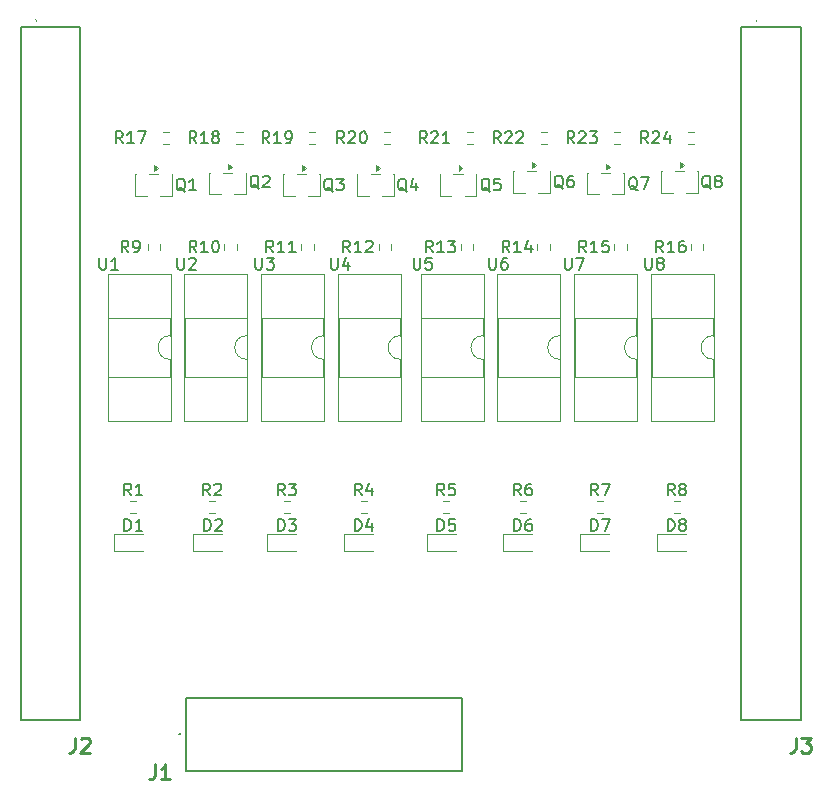
<source format=gto>
%TF.GenerationSoftware,KiCad,Pcbnew,9.0.7-9.0.7~ubuntu24.04.1*%
%TF.CreationDate,2026-01-13T16:34:36+01:00*%
%TF.ProjectId,digital_output,64696769-7461-46c5-9f6f-75747075742e,1.0*%
%TF.SameCoordinates,Original*%
%TF.FileFunction,Legend,Top*%
%TF.FilePolarity,Positive*%
%FSLAX46Y46*%
G04 Gerber Fmt 4.6, Leading zero omitted, Abs format (unit mm)*
G04 Created by KiCad (PCBNEW 9.0.7-9.0.7~ubuntu24.04.1) date 2026-01-13 16:34:36*
%MOMM*%
%LPD*%
G01*
G04 APERTURE LIST*
%ADD10C,0.150000*%
%ADD11C,0.254000*%
%ADD12C,0.120000*%
%ADD13C,0.200000*%
%ADD14C,0.100000*%
G04 APERTURE END LIST*
D10*
X173333333Y-90774819D02*
X173000000Y-90298628D01*
X172761905Y-90774819D02*
X172761905Y-89774819D01*
X172761905Y-89774819D02*
X173142857Y-89774819D01*
X173142857Y-89774819D02*
X173238095Y-89822438D01*
X173238095Y-89822438D02*
X173285714Y-89870057D01*
X173285714Y-89870057D02*
X173333333Y-89965295D01*
X173333333Y-89965295D02*
X173333333Y-90108152D01*
X173333333Y-90108152D02*
X173285714Y-90203390D01*
X173285714Y-90203390D02*
X173238095Y-90251009D01*
X173238095Y-90251009D02*
X173142857Y-90298628D01*
X173142857Y-90298628D02*
X172761905Y-90298628D01*
X173904762Y-90203390D02*
X173809524Y-90155771D01*
X173809524Y-90155771D02*
X173761905Y-90108152D01*
X173761905Y-90108152D02*
X173714286Y-90012914D01*
X173714286Y-90012914D02*
X173714286Y-89965295D01*
X173714286Y-89965295D02*
X173761905Y-89870057D01*
X173761905Y-89870057D02*
X173809524Y-89822438D01*
X173809524Y-89822438D02*
X173904762Y-89774819D01*
X173904762Y-89774819D02*
X174095238Y-89774819D01*
X174095238Y-89774819D02*
X174190476Y-89822438D01*
X174190476Y-89822438D02*
X174238095Y-89870057D01*
X174238095Y-89870057D02*
X174285714Y-89965295D01*
X174285714Y-89965295D02*
X174285714Y-90012914D01*
X174285714Y-90012914D02*
X174238095Y-90108152D01*
X174238095Y-90108152D02*
X174190476Y-90155771D01*
X174190476Y-90155771D02*
X174095238Y-90203390D01*
X174095238Y-90203390D02*
X173904762Y-90203390D01*
X173904762Y-90203390D02*
X173809524Y-90251009D01*
X173809524Y-90251009D02*
X173761905Y-90298628D01*
X173761905Y-90298628D02*
X173714286Y-90393866D01*
X173714286Y-90393866D02*
X173714286Y-90584342D01*
X173714286Y-90584342D02*
X173761905Y-90679580D01*
X173761905Y-90679580D02*
X173809524Y-90727200D01*
X173809524Y-90727200D02*
X173904762Y-90774819D01*
X173904762Y-90774819D02*
X174095238Y-90774819D01*
X174095238Y-90774819D02*
X174190476Y-90727200D01*
X174190476Y-90727200D02*
X174238095Y-90679580D01*
X174238095Y-90679580D02*
X174285714Y-90584342D01*
X174285714Y-90584342D02*
X174285714Y-90393866D01*
X174285714Y-90393866D02*
X174238095Y-90298628D01*
X174238095Y-90298628D02*
X174190476Y-90251009D01*
X174190476Y-90251009D02*
X174095238Y-90203390D01*
X158607142Y-60954819D02*
X158273809Y-60478628D01*
X158035714Y-60954819D02*
X158035714Y-59954819D01*
X158035714Y-59954819D02*
X158416666Y-59954819D01*
X158416666Y-59954819D02*
X158511904Y-60002438D01*
X158511904Y-60002438D02*
X158559523Y-60050057D01*
X158559523Y-60050057D02*
X158607142Y-60145295D01*
X158607142Y-60145295D02*
X158607142Y-60288152D01*
X158607142Y-60288152D02*
X158559523Y-60383390D01*
X158559523Y-60383390D02*
X158511904Y-60431009D01*
X158511904Y-60431009D02*
X158416666Y-60478628D01*
X158416666Y-60478628D02*
X158035714Y-60478628D01*
X158988095Y-60050057D02*
X159035714Y-60002438D01*
X159035714Y-60002438D02*
X159130952Y-59954819D01*
X159130952Y-59954819D02*
X159369047Y-59954819D01*
X159369047Y-59954819D02*
X159464285Y-60002438D01*
X159464285Y-60002438D02*
X159511904Y-60050057D01*
X159511904Y-60050057D02*
X159559523Y-60145295D01*
X159559523Y-60145295D02*
X159559523Y-60240533D01*
X159559523Y-60240533D02*
X159511904Y-60383390D01*
X159511904Y-60383390D02*
X158940476Y-60954819D01*
X158940476Y-60954819D02*
X159559523Y-60954819D01*
X159940476Y-60050057D02*
X159988095Y-60002438D01*
X159988095Y-60002438D02*
X160083333Y-59954819D01*
X160083333Y-59954819D02*
X160321428Y-59954819D01*
X160321428Y-59954819D02*
X160416666Y-60002438D01*
X160416666Y-60002438D02*
X160464285Y-60050057D01*
X160464285Y-60050057D02*
X160511904Y-60145295D01*
X160511904Y-60145295D02*
X160511904Y-60240533D01*
X160511904Y-60240533D02*
X160464285Y-60383390D01*
X160464285Y-60383390D02*
X159892857Y-60954819D01*
X159892857Y-60954819D02*
X160511904Y-60954819D01*
X164038095Y-70654819D02*
X164038095Y-71464342D01*
X164038095Y-71464342D02*
X164085714Y-71559580D01*
X164085714Y-71559580D02*
X164133333Y-71607200D01*
X164133333Y-71607200D02*
X164228571Y-71654819D01*
X164228571Y-71654819D02*
X164419047Y-71654819D01*
X164419047Y-71654819D02*
X164514285Y-71607200D01*
X164514285Y-71607200D02*
X164561904Y-71559580D01*
X164561904Y-71559580D02*
X164609523Y-71464342D01*
X164609523Y-71464342D02*
X164609523Y-70654819D01*
X164990476Y-70654819D02*
X165657142Y-70654819D01*
X165657142Y-70654819D02*
X165228571Y-71654819D01*
X144404761Y-65050057D02*
X144309523Y-65002438D01*
X144309523Y-65002438D02*
X144214285Y-64907200D01*
X144214285Y-64907200D02*
X144071428Y-64764342D01*
X144071428Y-64764342D02*
X143976190Y-64716723D01*
X143976190Y-64716723D02*
X143880952Y-64716723D01*
X143928571Y-64954819D02*
X143833333Y-64907200D01*
X143833333Y-64907200D02*
X143738095Y-64811961D01*
X143738095Y-64811961D02*
X143690476Y-64621485D01*
X143690476Y-64621485D02*
X143690476Y-64288152D01*
X143690476Y-64288152D02*
X143738095Y-64097676D01*
X143738095Y-64097676D02*
X143833333Y-64002438D01*
X143833333Y-64002438D02*
X143928571Y-63954819D01*
X143928571Y-63954819D02*
X144119047Y-63954819D01*
X144119047Y-63954819D02*
X144214285Y-64002438D01*
X144214285Y-64002438D02*
X144309523Y-64097676D01*
X144309523Y-64097676D02*
X144357142Y-64288152D01*
X144357142Y-64288152D02*
X144357142Y-64621485D01*
X144357142Y-64621485D02*
X144309523Y-64811961D01*
X144309523Y-64811961D02*
X144214285Y-64907200D01*
X144214285Y-64907200D02*
X144119047Y-64954819D01*
X144119047Y-64954819D02*
X143928571Y-64954819D01*
X144690476Y-63954819D02*
X145309523Y-63954819D01*
X145309523Y-63954819D02*
X144976190Y-64335771D01*
X144976190Y-64335771D02*
X145119047Y-64335771D01*
X145119047Y-64335771D02*
X145214285Y-64383390D01*
X145214285Y-64383390D02*
X145261904Y-64431009D01*
X145261904Y-64431009D02*
X145309523Y-64526247D01*
X145309523Y-64526247D02*
X145309523Y-64764342D01*
X145309523Y-64764342D02*
X145261904Y-64859580D01*
X145261904Y-64859580D02*
X145214285Y-64907200D01*
X145214285Y-64907200D02*
X145119047Y-64954819D01*
X145119047Y-64954819D02*
X144833333Y-64954819D01*
X144833333Y-64954819D02*
X144738095Y-64907200D01*
X144738095Y-64907200D02*
X144690476Y-64859580D01*
X172357142Y-70204819D02*
X172023809Y-69728628D01*
X171785714Y-70204819D02*
X171785714Y-69204819D01*
X171785714Y-69204819D02*
X172166666Y-69204819D01*
X172166666Y-69204819D02*
X172261904Y-69252438D01*
X172261904Y-69252438D02*
X172309523Y-69300057D01*
X172309523Y-69300057D02*
X172357142Y-69395295D01*
X172357142Y-69395295D02*
X172357142Y-69538152D01*
X172357142Y-69538152D02*
X172309523Y-69633390D01*
X172309523Y-69633390D02*
X172261904Y-69681009D01*
X172261904Y-69681009D02*
X172166666Y-69728628D01*
X172166666Y-69728628D02*
X171785714Y-69728628D01*
X173309523Y-70204819D02*
X172738095Y-70204819D01*
X173023809Y-70204819D02*
X173023809Y-69204819D01*
X173023809Y-69204819D02*
X172928571Y-69347676D01*
X172928571Y-69347676D02*
X172833333Y-69442914D01*
X172833333Y-69442914D02*
X172738095Y-69490533D01*
X174166666Y-69204819D02*
X173976190Y-69204819D01*
X173976190Y-69204819D02*
X173880952Y-69252438D01*
X173880952Y-69252438D02*
X173833333Y-69300057D01*
X173833333Y-69300057D02*
X173738095Y-69442914D01*
X173738095Y-69442914D02*
X173690476Y-69633390D01*
X173690476Y-69633390D02*
X173690476Y-70014342D01*
X173690476Y-70014342D02*
X173738095Y-70109580D01*
X173738095Y-70109580D02*
X173785714Y-70157200D01*
X173785714Y-70157200D02*
X173880952Y-70204819D01*
X173880952Y-70204819D02*
X174071428Y-70204819D01*
X174071428Y-70204819D02*
X174166666Y-70157200D01*
X174166666Y-70157200D02*
X174214285Y-70109580D01*
X174214285Y-70109580D02*
X174261904Y-70014342D01*
X174261904Y-70014342D02*
X174261904Y-69776247D01*
X174261904Y-69776247D02*
X174214285Y-69681009D01*
X174214285Y-69681009D02*
X174166666Y-69633390D01*
X174166666Y-69633390D02*
X174071428Y-69585771D01*
X174071428Y-69585771D02*
X173880952Y-69585771D01*
X173880952Y-69585771D02*
X173785714Y-69633390D01*
X173785714Y-69633390D02*
X173738095Y-69681009D01*
X173738095Y-69681009D02*
X173690476Y-69776247D01*
X166833333Y-90774819D02*
X166500000Y-90298628D01*
X166261905Y-90774819D02*
X166261905Y-89774819D01*
X166261905Y-89774819D02*
X166642857Y-89774819D01*
X166642857Y-89774819D02*
X166738095Y-89822438D01*
X166738095Y-89822438D02*
X166785714Y-89870057D01*
X166785714Y-89870057D02*
X166833333Y-89965295D01*
X166833333Y-89965295D02*
X166833333Y-90108152D01*
X166833333Y-90108152D02*
X166785714Y-90203390D01*
X166785714Y-90203390D02*
X166738095Y-90251009D01*
X166738095Y-90251009D02*
X166642857Y-90298628D01*
X166642857Y-90298628D02*
X166261905Y-90298628D01*
X167166667Y-89774819D02*
X167833333Y-89774819D01*
X167833333Y-89774819D02*
X167404762Y-90774819D01*
X153833333Y-90774819D02*
X153500000Y-90298628D01*
X153261905Y-90774819D02*
X153261905Y-89774819D01*
X153261905Y-89774819D02*
X153642857Y-89774819D01*
X153642857Y-89774819D02*
X153738095Y-89822438D01*
X153738095Y-89822438D02*
X153785714Y-89870057D01*
X153785714Y-89870057D02*
X153833333Y-89965295D01*
X153833333Y-89965295D02*
X153833333Y-90108152D01*
X153833333Y-90108152D02*
X153785714Y-90203390D01*
X153785714Y-90203390D02*
X153738095Y-90251009D01*
X153738095Y-90251009D02*
X153642857Y-90298628D01*
X153642857Y-90298628D02*
X153261905Y-90298628D01*
X154738095Y-89774819D02*
X154261905Y-89774819D01*
X154261905Y-89774819D02*
X154214286Y-90251009D01*
X154214286Y-90251009D02*
X154261905Y-90203390D01*
X154261905Y-90203390D02*
X154357143Y-90155771D01*
X154357143Y-90155771D02*
X154595238Y-90155771D01*
X154595238Y-90155771D02*
X154690476Y-90203390D01*
X154690476Y-90203390D02*
X154738095Y-90251009D01*
X154738095Y-90251009D02*
X154785714Y-90346247D01*
X154785714Y-90346247D02*
X154785714Y-90584342D01*
X154785714Y-90584342D02*
X154738095Y-90679580D01*
X154738095Y-90679580D02*
X154690476Y-90727200D01*
X154690476Y-90727200D02*
X154595238Y-90774819D01*
X154595238Y-90774819D02*
X154357143Y-90774819D01*
X154357143Y-90774819D02*
X154261905Y-90727200D01*
X154261905Y-90727200D02*
X154214286Y-90679580D01*
X131238095Y-70654819D02*
X131238095Y-71464342D01*
X131238095Y-71464342D02*
X131285714Y-71559580D01*
X131285714Y-71559580D02*
X131333333Y-71607200D01*
X131333333Y-71607200D02*
X131428571Y-71654819D01*
X131428571Y-71654819D02*
X131619047Y-71654819D01*
X131619047Y-71654819D02*
X131714285Y-71607200D01*
X131714285Y-71607200D02*
X131761904Y-71559580D01*
X131761904Y-71559580D02*
X131809523Y-71464342D01*
X131809523Y-71464342D02*
X131809523Y-70654819D01*
X132238095Y-70750057D02*
X132285714Y-70702438D01*
X132285714Y-70702438D02*
X132380952Y-70654819D01*
X132380952Y-70654819D02*
X132619047Y-70654819D01*
X132619047Y-70654819D02*
X132714285Y-70702438D01*
X132714285Y-70702438D02*
X132761904Y-70750057D01*
X132761904Y-70750057D02*
X132809523Y-70845295D01*
X132809523Y-70845295D02*
X132809523Y-70940533D01*
X132809523Y-70940533D02*
X132761904Y-71083390D01*
X132761904Y-71083390D02*
X132190476Y-71654819D01*
X132190476Y-71654819D02*
X132809523Y-71654819D01*
D11*
X183586667Y-111284318D02*
X183586667Y-112191461D01*
X183586667Y-112191461D02*
X183526190Y-112372889D01*
X183526190Y-112372889D02*
X183405238Y-112493842D01*
X183405238Y-112493842D02*
X183223809Y-112554318D01*
X183223809Y-112554318D02*
X183102857Y-112554318D01*
X184070476Y-111284318D02*
X184856667Y-111284318D01*
X184856667Y-111284318D02*
X184433333Y-111768127D01*
X184433333Y-111768127D02*
X184614762Y-111768127D01*
X184614762Y-111768127D02*
X184735714Y-111828603D01*
X184735714Y-111828603D02*
X184796190Y-111889080D01*
X184796190Y-111889080D02*
X184856667Y-112010032D01*
X184856667Y-112010032D02*
X184856667Y-112312413D01*
X184856667Y-112312413D02*
X184796190Y-112433365D01*
X184796190Y-112433365D02*
X184735714Y-112493842D01*
X184735714Y-112493842D02*
X184614762Y-112554318D01*
X184614762Y-112554318D02*
X184251905Y-112554318D01*
X184251905Y-112554318D02*
X184130952Y-112493842D01*
X184130952Y-112493842D02*
X184070476Y-112433365D01*
D10*
X171107142Y-60954819D02*
X170773809Y-60478628D01*
X170535714Y-60954819D02*
X170535714Y-59954819D01*
X170535714Y-59954819D02*
X170916666Y-59954819D01*
X170916666Y-59954819D02*
X171011904Y-60002438D01*
X171011904Y-60002438D02*
X171059523Y-60050057D01*
X171059523Y-60050057D02*
X171107142Y-60145295D01*
X171107142Y-60145295D02*
X171107142Y-60288152D01*
X171107142Y-60288152D02*
X171059523Y-60383390D01*
X171059523Y-60383390D02*
X171011904Y-60431009D01*
X171011904Y-60431009D02*
X170916666Y-60478628D01*
X170916666Y-60478628D02*
X170535714Y-60478628D01*
X171488095Y-60050057D02*
X171535714Y-60002438D01*
X171535714Y-60002438D02*
X171630952Y-59954819D01*
X171630952Y-59954819D02*
X171869047Y-59954819D01*
X171869047Y-59954819D02*
X171964285Y-60002438D01*
X171964285Y-60002438D02*
X172011904Y-60050057D01*
X172011904Y-60050057D02*
X172059523Y-60145295D01*
X172059523Y-60145295D02*
X172059523Y-60240533D01*
X172059523Y-60240533D02*
X172011904Y-60383390D01*
X172011904Y-60383390D02*
X171440476Y-60954819D01*
X171440476Y-60954819D02*
X172059523Y-60954819D01*
X172916666Y-60288152D02*
X172916666Y-60954819D01*
X172678571Y-59907200D02*
X172440476Y-60621485D01*
X172440476Y-60621485D02*
X173059523Y-60621485D01*
X146261905Y-93774819D02*
X146261905Y-92774819D01*
X146261905Y-92774819D02*
X146500000Y-92774819D01*
X146500000Y-92774819D02*
X146642857Y-92822438D01*
X146642857Y-92822438D02*
X146738095Y-92917676D01*
X146738095Y-92917676D02*
X146785714Y-93012914D01*
X146785714Y-93012914D02*
X146833333Y-93203390D01*
X146833333Y-93203390D02*
X146833333Y-93346247D01*
X146833333Y-93346247D02*
X146785714Y-93536723D01*
X146785714Y-93536723D02*
X146738095Y-93631961D01*
X146738095Y-93631961D02*
X146642857Y-93727200D01*
X146642857Y-93727200D02*
X146500000Y-93774819D01*
X146500000Y-93774819D02*
X146261905Y-93774819D01*
X147690476Y-93108152D02*
X147690476Y-93774819D01*
X147452381Y-92727200D02*
X147214286Y-93441485D01*
X147214286Y-93441485D02*
X147833333Y-93441485D01*
X145357142Y-60954819D02*
X145023809Y-60478628D01*
X144785714Y-60954819D02*
X144785714Y-59954819D01*
X144785714Y-59954819D02*
X145166666Y-59954819D01*
X145166666Y-59954819D02*
X145261904Y-60002438D01*
X145261904Y-60002438D02*
X145309523Y-60050057D01*
X145309523Y-60050057D02*
X145357142Y-60145295D01*
X145357142Y-60145295D02*
X145357142Y-60288152D01*
X145357142Y-60288152D02*
X145309523Y-60383390D01*
X145309523Y-60383390D02*
X145261904Y-60431009D01*
X145261904Y-60431009D02*
X145166666Y-60478628D01*
X145166666Y-60478628D02*
X144785714Y-60478628D01*
X145738095Y-60050057D02*
X145785714Y-60002438D01*
X145785714Y-60002438D02*
X145880952Y-59954819D01*
X145880952Y-59954819D02*
X146119047Y-59954819D01*
X146119047Y-59954819D02*
X146214285Y-60002438D01*
X146214285Y-60002438D02*
X146261904Y-60050057D01*
X146261904Y-60050057D02*
X146309523Y-60145295D01*
X146309523Y-60145295D02*
X146309523Y-60240533D01*
X146309523Y-60240533D02*
X146261904Y-60383390D01*
X146261904Y-60383390D02*
X145690476Y-60954819D01*
X145690476Y-60954819D02*
X146309523Y-60954819D01*
X146928571Y-59954819D02*
X147023809Y-59954819D01*
X147023809Y-59954819D02*
X147119047Y-60002438D01*
X147119047Y-60002438D02*
X147166666Y-60050057D01*
X147166666Y-60050057D02*
X147214285Y-60145295D01*
X147214285Y-60145295D02*
X147261904Y-60335771D01*
X147261904Y-60335771D02*
X147261904Y-60573866D01*
X147261904Y-60573866D02*
X147214285Y-60764342D01*
X147214285Y-60764342D02*
X147166666Y-60859580D01*
X147166666Y-60859580D02*
X147119047Y-60907200D01*
X147119047Y-60907200D02*
X147023809Y-60954819D01*
X147023809Y-60954819D02*
X146928571Y-60954819D01*
X146928571Y-60954819D02*
X146833333Y-60907200D01*
X146833333Y-60907200D02*
X146785714Y-60859580D01*
X146785714Y-60859580D02*
X146738095Y-60764342D01*
X146738095Y-60764342D02*
X146690476Y-60573866D01*
X146690476Y-60573866D02*
X146690476Y-60335771D01*
X146690476Y-60335771D02*
X146738095Y-60145295D01*
X146738095Y-60145295D02*
X146785714Y-60050057D01*
X146785714Y-60050057D02*
X146833333Y-60002438D01*
X146833333Y-60002438D02*
X146928571Y-59954819D01*
X126761905Y-93774819D02*
X126761905Y-92774819D01*
X126761905Y-92774819D02*
X127000000Y-92774819D01*
X127000000Y-92774819D02*
X127142857Y-92822438D01*
X127142857Y-92822438D02*
X127238095Y-92917676D01*
X127238095Y-92917676D02*
X127285714Y-93012914D01*
X127285714Y-93012914D02*
X127333333Y-93203390D01*
X127333333Y-93203390D02*
X127333333Y-93346247D01*
X127333333Y-93346247D02*
X127285714Y-93536723D01*
X127285714Y-93536723D02*
X127238095Y-93631961D01*
X127238095Y-93631961D02*
X127142857Y-93727200D01*
X127142857Y-93727200D02*
X127000000Y-93774819D01*
X127000000Y-93774819D02*
X126761905Y-93774819D01*
X128285714Y-93774819D02*
X127714286Y-93774819D01*
X128000000Y-93774819D02*
X128000000Y-92774819D01*
X128000000Y-92774819D02*
X127904762Y-92917676D01*
X127904762Y-92917676D02*
X127809524Y-93012914D01*
X127809524Y-93012914D02*
X127714286Y-93060533D01*
X157704761Y-65050057D02*
X157609523Y-65002438D01*
X157609523Y-65002438D02*
X157514285Y-64907200D01*
X157514285Y-64907200D02*
X157371428Y-64764342D01*
X157371428Y-64764342D02*
X157276190Y-64716723D01*
X157276190Y-64716723D02*
X157180952Y-64716723D01*
X157228571Y-64954819D02*
X157133333Y-64907200D01*
X157133333Y-64907200D02*
X157038095Y-64811961D01*
X157038095Y-64811961D02*
X156990476Y-64621485D01*
X156990476Y-64621485D02*
X156990476Y-64288152D01*
X156990476Y-64288152D02*
X157038095Y-64097676D01*
X157038095Y-64097676D02*
X157133333Y-64002438D01*
X157133333Y-64002438D02*
X157228571Y-63954819D01*
X157228571Y-63954819D02*
X157419047Y-63954819D01*
X157419047Y-63954819D02*
X157514285Y-64002438D01*
X157514285Y-64002438D02*
X157609523Y-64097676D01*
X157609523Y-64097676D02*
X157657142Y-64288152D01*
X157657142Y-64288152D02*
X157657142Y-64621485D01*
X157657142Y-64621485D02*
X157609523Y-64811961D01*
X157609523Y-64811961D02*
X157514285Y-64907200D01*
X157514285Y-64907200D02*
X157419047Y-64954819D01*
X157419047Y-64954819D02*
X157228571Y-64954819D01*
X158561904Y-63954819D02*
X158085714Y-63954819D01*
X158085714Y-63954819D02*
X158038095Y-64431009D01*
X158038095Y-64431009D02*
X158085714Y-64383390D01*
X158085714Y-64383390D02*
X158180952Y-64335771D01*
X158180952Y-64335771D02*
X158419047Y-64335771D01*
X158419047Y-64335771D02*
X158514285Y-64383390D01*
X158514285Y-64383390D02*
X158561904Y-64431009D01*
X158561904Y-64431009D02*
X158609523Y-64526247D01*
X158609523Y-64526247D02*
X158609523Y-64764342D01*
X158609523Y-64764342D02*
X158561904Y-64859580D01*
X158561904Y-64859580D02*
X158514285Y-64907200D01*
X158514285Y-64907200D02*
X158419047Y-64954819D01*
X158419047Y-64954819D02*
X158180952Y-64954819D01*
X158180952Y-64954819D02*
X158085714Y-64907200D01*
X158085714Y-64907200D02*
X158038095Y-64859580D01*
X157638095Y-70654819D02*
X157638095Y-71464342D01*
X157638095Y-71464342D02*
X157685714Y-71559580D01*
X157685714Y-71559580D02*
X157733333Y-71607200D01*
X157733333Y-71607200D02*
X157828571Y-71654819D01*
X157828571Y-71654819D02*
X158019047Y-71654819D01*
X158019047Y-71654819D02*
X158114285Y-71607200D01*
X158114285Y-71607200D02*
X158161904Y-71559580D01*
X158161904Y-71559580D02*
X158209523Y-71464342D01*
X158209523Y-71464342D02*
X158209523Y-70654819D01*
X159114285Y-70654819D02*
X158923809Y-70654819D01*
X158923809Y-70654819D02*
X158828571Y-70702438D01*
X158828571Y-70702438D02*
X158780952Y-70750057D01*
X158780952Y-70750057D02*
X158685714Y-70892914D01*
X158685714Y-70892914D02*
X158638095Y-71083390D01*
X158638095Y-71083390D02*
X158638095Y-71464342D01*
X158638095Y-71464342D02*
X158685714Y-71559580D01*
X158685714Y-71559580D02*
X158733333Y-71607200D01*
X158733333Y-71607200D02*
X158828571Y-71654819D01*
X158828571Y-71654819D02*
X159019047Y-71654819D01*
X159019047Y-71654819D02*
X159114285Y-71607200D01*
X159114285Y-71607200D02*
X159161904Y-71559580D01*
X159161904Y-71559580D02*
X159209523Y-71464342D01*
X159209523Y-71464342D02*
X159209523Y-71226247D01*
X159209523Y-71226247D02*
X159161904Y-71131009D01*
X159161904Y-71131009D02*
X159114285Y-71083390D01*
X159114285Y-71083390D02*
X159019047Y-71035771D01*
X159019047Y-71035771D02*
X158828571Y-71035771D01*
X158828571Y-71035771D02*
X158733333Y-71083390D01*
X158733333Y-71083390D02*
X158685714Y-71131009D01*
X158685714Y-71131009D02*
X158638095Y-71226247D01*
X170838095Y-70654819D02*
X170838095Y-71464342D01*
X170838095Y-71464342D02*
X170885714Y-71559580D01*
X170885714Y-71559580D02*
X170933333Y-71607200D01*
X170933333Y-71607200D02*
X171028571Y-71654819D01*
X171028571Y-71654819D02*
X171219047Y-71654819D01*
X171219047Y-71654819D02*
X171314285Y-71607200D01*
X171314285Y-71607200D02*
X171361904Y-71559580D01*
X171361904Y-71559580D02*
X171409523Y-71464342D01*
X171409523Y-71464342D02*
X171409523Y-70654819D01*
X172028571Y-71083390D02*
X171933333Y-71035771D01*
X171933333Y-71035771D02*
X171885714Y-70988152D01*
X171885714Y-70988152D02*
X171838095Y-70892914D01*
X171838095Y-70892914D02*
X171838095Y-70845295D01*
X171838095Y-70845295D02*
X171885714Y-70750057D01*
X171885714Y-70750057D02*
X171933333Y-70702438D01*
X171933333Y-70702438D02*
X172028571Y-70654819D01*
X172028571Y-70654819D02*
X172219047Y-70654819D01*
X172219047Y-70654819D02*
X172314285Y-70702438D01*
X172314285Y-70702438D02*
X172361904Y-70750057D01*
X172361904Y-70750057D02*
X172409523Y-70845295D01*
X172409523Y-70845295D02*
X172409523Y-70892914D01*
X172409523Y-70892914D02*
X172361904Y-70988152D01*
X172361904Y-70988152D02*
X172314285Y-71035771D01*
X172314285Y-71035771D02*
X172219047Y-71083390D01*
X172219047Y-71083390D02*
X172028571Y-71083390D01*
X172028571Y-71083390D02*
X171933333Y-71131009D01*
X171933333Y-71131009D02*
X171885714Y-71178628D01*
X171885714Y-71178628D02*
X171838095Y-71273866D01*
X171838095Y-71273866D02*
X171838095Y-71464342D01*
X171838095Y-71464342D02*
X171885714Y-71559580D01*
X171885714Y-71559580D02*
X171933333Y-71607200D01*
X171933333Y-71607200D02*
X172028571Y-71654819D01*
X172028571Y-71654819D02*
X172219047Y-71654819D01*
X172219047Y-71654819D02*
X172314285Y-71607200D01*
X172314285Y-71607200D02*
X172361904Y-71559580D01*
X172361904Y-71559580D02*
X172409523Y-71464342D01*
X172409523Y-71464342D02*
X172409523Y-71273866D01*
X172409523Y-71273866D02*
X172361904Y-71178628D01*
X172361904Y-71178628D02*
X172314285Y-71131009D01*
X172314285Y-71131009D02*
X172219047Y-71083390D01*
X132857142Y-70204819D02*
X132523809Y-69728628D01*
X132285714Y-70204819D02*
X132285714Y-69204819D01*
X132285714Y-69204819D02*
X132666666Y-69204819D01*
X132666666Y-69204819D02*
X132761904Y-69252438D01*
X132761904Y-69252438D02*
X132809523Y-69300057D01*
X132809523Y-69300057D02*
X132857142Y-69395295D01*
X132857142Y-69395295D02*
X132857142Y-69538152D01*
X132857142Y-69538152D02*
X132809523Y-69633390D01*
X132809523Y-69633390D02*
X132761904Y-69681009D01*
X132761904Y-69681009D02*
X132666666Y-69728628D01*
X132666666Y-69728628D02*
X132285714Y-69728628D01*
X133809523Y-70204819D02*
X133238095Y-70204819D01*
X133523809Y-70204819D02*
X133523809Y-69204819D01*
X133523809Y-69204819D02*
X133428571Y-69347676D01*
X133428571Y-69347676D02*
X133333333Y-69442914D01*
X133333333Y-69442914D02*
X133238095Y-69490533D01*
X134428571Y-69204819D02*
X134523809Y-69204819D01*
X134523809Y-69204819D02*
X134619047Y-69252438D01*
X134619047Y-69252438D02*
X134666666Y-69300057D01*
X134666666Y-69300057D02*
X134714285Y-69395295D01*
X134714285Y-69395295D02*
X134761904Y-69585771D01*
X134761904Y-69585771D02*
X134761904Y-69823866D01*
X134761904Y-69823866D02*
X134714285Y-70014342D01*
X134714285Y-70014342D02*
X134666666Y-70109580D01*
X134666666Y-70109580D02*
X134619047Y-70157200D01*
X134619047Y-70157200D02*
X134523809Y-70204819D01*
X134523809Y-70204819D02*
X134428571Y-70204819D01*
X134428571Y-70204819D02*
X134333333Y-70157200D01*
X134333333Y-70157200D02*
X134285714Y-70109580D01*
X134285714Y-70109580D02*
X134238095Y-70014342D01*
X134238095Y-70014342D02*
X134190476Y-69823866D01*
X134190476Y-69823866D02*
X134190476Y-69585771D01*
X134190476Y-69585771D02*
X134238095Y-69395295D01*
X134238095Y-69395295D02*
X134285714Y-69300057D01*
X134285714Y-69300057D02*
X134333333Y-69252438D01*
X134333333Y-69252438D02*
X134428571Y-69204819D01*
X132857142Y-60954819D02*
X132523809Y-60478628D01*
X132285714Y-60954819D02*
X132285714Y-59954819D01*
X132285714Y-59954819D02*
X132666666Y-59954819D01*
X132666666Y-59954819D02*
X132761904Y-60002438D01*
X132761904Y-60002438D02*
X132809523Y-60050057D01*
X132809523Y-60050057D02*
X132857142Y-60145295D01*
X132857142Y-60145295D02*
X132857142Y-60288152D01*
X132857142Y-60288152D02*
X132809523Y-60383390D01*
X132809523Y-60383390D02*
X132761904Y-60431009D01*
X132761904Y-60431009D02*
X132666666Y-60478628D01*
X132666666Y-60478628D02*
X132285714Y-60478628D01*
X133809523Y-60954819D02*
X133238095Y-60954819D01*
X133523809Y-60954819D02*
X133523809Y-59954819D01*
X133523809Y-59954819D02*
X133428571Y-60097676D01*
X133428571Y-60097676D02*
X133333333Y-60192914D01*
X133333333Y-60192914D02*
X133238095Y-60240533D01*
X134380952Y-60383390D02*
X134285714Y-60335771D01*
X134285714Y-60335771D02*
X134238095Y-60288152D01*
X134238095Y-60288152D02*
X134190476Y-60192914D01*
X134190476Y-60192914D02*
X134190476Y-60145295D01*
X134190476Y-60145295D02*
X134238095Y-60050057D01*
X134238095Y-60050057D02*
X134285714Y-60002438D01*
X134285714Y-60002438D02*
X134380952Y-59954819D01*
X134380952Y-59954819D02*
X134571428Y-59954819D01*
X134571428Y-59954819D02*
X134666666Y-60002438D01*
X134666666Y-60002438D02*
X134714285Y-60050057D01*
X134714285Y-60050057D02*
X134761904Y-60145295D01*
X134761904Y-60145295D02*
X134761904Y-60192914D01*
X134761904Y-60192914D02*
X134714285Y-60288152D01*
X134714285Y-60288152D02*
X134666666Y-60335771D01*
X134666666Y-60335771D02*
X134571428Y-60383390D01*
X134571428Y-60383390D02*
X134380952Y-60383390D01*
X134380952Y-60383390D02*
X134285714Y-60431009D01*
X134285714Y-60431009D02*
X134238095Y-60478628D01*
X134238095Y-60478628D02*
X134190476Y-60573866D01*
X134190476Y-60573866D02*
X134190476Y-60764342D01*
X134190476Y-60764342D02*
X134238095Y-60859580D01*
X134238095Y-60859580D02*
X134285714Y-60907200D01*
X134285714Y-60907200D02*
X134380952Y-60954819D01*
X134380952Y-60954819D02*
X134571428Y-60954819D01*
X134571428Y-60954819D02*
X134666666Y-60907200D01*
X134666666Y-60907200D02*
X134714285Y-60859580D01*
X134714285Y-60859580D02*
X134761904Y-60764342D01*
X134761904Y-60764342D02*
X134761904Y-60573866D01*
X134761904Y-60573866D02*
X134714285Y-60478628D01*
X134714285Y-60478628D02*
X134666666Y-60431009D01*
X134666666Y-60431009D02*
X134571428Y-60383390D01*
X126607142Y-60954819D02*
X126273809Y-60478628D01*
X126035714Y-60954819D02*
X126035714Y-59954819D01*
X126035714Y-59954819D02*
X126416666Y-59954819D01*
X126416666Y-59954819D02*
X126511904Y-60002438D01*
X126511904Y-60002438D02*
X126559523Y-60050057D01*
X126559523Y-60050057D02*
X126607142Y-60145295D01*
X126607142Y-60145295D02*
X126607142Y-60288152D01*
X126607142Y-60288152D02*
X126559523Y-60383390D01*
X126559523Y-60383390D02*
X126511904Y-60431009D01*
X126511904Y-60431009D02*
X126416666Y-60478628D01*
X126416666Y-60478628D02*
X126035714Y-60478628D01*
X127559523Y-60954819D02*
X126988095Y-60954819D01*
X127273809Y-60954819D02*
X127273809Y-59954819D01*
X127273809Y-59954819D02*
X127178571Y-60097676D01*
X127178571Y-60097676D02*
X127083333Y-60192914D01*
X127083333Y-60192914D02*
X126988095Y-60240533D01*
X127892857Y-59954819D02*
X128559523Y-59954819D01*
X128559523Y-59954819D02*
X128130952Y-60954819D01*
X166261905Y-93774819D02*
X166261905Y-92774819D01*
X166261905Y-92774819D02*
X166500000Y-92774819D01*
X166500000Y-92774819D02*
X166642857Y-92822438D01*
X166642857Y-92822438D02*
X166738095Y-92917676D01*
X166738095Y-92917676D02*
X166785714Y-93012914D01*
X166785714Y-93012914D02*
X166833333Y-93203390D01*
X166833333Y-93203390D02*
X166833333Y-93346247D01*
X166833333Y-93346247D02*
X166785714Y-93536723D01*
X166785714Y-93536723D02*
X166738095Y-93631961D01*
X166738095Y-93631961D02*
X166642857Y-93727200D01*
X166642857Y-93727200D02*
X166500000Y-93774819D01*
X166500000Y-93774819D02*
X166261905Y-93774819D01*
X167166667Y-92774819D02*
X167833333Y-92774819D01*
X167833333Y-92774819D02*
X167404762Y-93774819D01*
D11*
X129326667Y-113554318D02*
X129326667Y-114461461D01*
X129326667Y-114461461D02*
X129266190Y-114642889D01*
X129266190Y-114642889D02*
X129145238Y-114763842D01*
X129145238Y-114763842D02*
X128963809Y-114824318D01*
X128963809Y-114824318D02*
X128842857Y-114824318D01*
X130596667Y-114824318D02*
X129870952Y-114824318D01*
X130233809Y-114824318D02*
X130233809Y-113554318D01*
X130233809Y-113554318D02*
X130112857Y-113735746D01*
X130112857Y-113735746D02*
X129991905Y-113856699D01*
X129991905Y-113856699D02*
X129870952Y-113917175D01*
D10*
X140333333Y-90774819D02*
X140000000Y-90298628D01*
X139761905Y-90774819D02*
X139761905Y-89774819D01*
X139761905Y-89774819D02*
X140142857Y-89774819D01*
X140142857Y-89774819D02*
X140238095Y-89822438D01*
X140238095Y-89822438D02*
X140285714Y-89870057D01*
X140285714Y-89870057D02*
X140333333Y-89965295D01*
X140333333Y-89965295D02*
X140333333Y-90108152D01*
X140333333Y-90108152D02*
X140285714Y-90203390D01*
X140285714Y-90203390D02*
X140238095Y-90251009D01*
X140238095Y-90251009D02*
X140142857Y-90298628D01*
X140142857Y-90298628D02*
X139761905Y-90298628D01*
X140666667Y-89774819D02*
X141285714Y-89774819D01*
X141285714Y-89774819D02*
X140952381Y-90155771D01*
X140952381Y-90155771D02*
X141095238Y-90155771D01*
X141095238Y-90155771D02*
X141190476Y-90203390D01*
X141190476Y-90203390D02*
X141238095Y-90251009D01*
X141238095Y-90251009D02*
X141285714Y-90346247D01*
X141285714Y-90346247D02*
X141285714Y-90584342D01*
X141285714Y-90584342D02*
X141238095Y-90679580D01*
X141238095Y-90679580D02*
X141190476Y-90727200D01*
X141190476Y-90727200D02*
X141095238Y-90774819D01*
X141095238Y-90774819D02*
X140809524Y-90774819D01*
X140809524Y-90774819D02*
X140714286Y-90727200D01*
X140714286Y-90727200D02*
X140666667Y-90679580D01*
X139019642Y-60954819D02*
X138686309Y-60478628D01*
X138448214Y-60954819D02*
X138448214Y-59954819D01*
X138448214Y-59954819D02*
X138829166Y-59954819D01*
X138829166Y-59954819D02*
X138924404Y-60002438D01*
X138924404Y-60002438D02*
X138972023Y-60050057D01*
X138972023Y-60050057D02*
X139019642Y-60145295D01*
X139019642Y-60145295D02*
X139019642Y-60288152D01*
X139019642Y-60288152D02*
X138972023Y-60383390D01*
X138972023Y-60383390D02*
X138924404Y-60431009D01*
X138924404Y-60431009D02*
X138829166Y-60478628D01*
X138829166Y-60478628D02*
X138448214Y-60478628D01*
X139972023Y-60954819D02*
X139400595Y-60954819D01*
X139686309Y-60954819D02*
X139686309Y-59954819D01*
X139686309Y-59954819D02*
X139591071Y-60097676D01*
X139591071Y-60097676D02*
X139495833Y-60192914D01*
X139495833Y-60192914D02*
X139400595Y-60240533D01*
X140448214Y-60954819D02*
X140638690Y-60954819D01*
X140638690Y-60954819D02*
X140733928Y-60907200D01*
X140733928Y-60907200D02*
X140781547Y-60859580D01*
X140781547Y-60859580D02*
X140876785Y-60716723D01*
X140876785Y-60716723D02*
X140924404Y-60526247D01*
X140924404Y-60526247D02*
X140924404Y-60145295D01*
X140924404Y-60145295D02*
X140876785Y-60050057D01*
X140876785Y-60050057D02*
X140829166Y-60002438D01*
X140829166Y-60002438D02*
X140733928Y-59954819D01*
X140733928Y-59954819D02*
X140543452Y-59954819D01*
X140543452Y-59954819D02*
X140448214Y-60002438D01*
X140448214Y-60002438D02*
X140400595Y-60050057D01*
X140400595Y-60050057D02*
X140352976Y-60145295D01*
X140352976Y-60145295D02*
X140352976Y-60383390D01*
X140352976Y-60383390D02*
X140400595Y-60478628D01*
X140400595Y-60478628D02*
X140448214Y-60526247D01*
X140448214Y-60526247D02*
X140543452Y-60573866D01*
X140543452Y-60573866D02*
X140733928Y-60573866D01*
X140733928Y-60573866D02*
X140829166Y-60526247D01*
X140829166Y-60526247D02*
X140876785Y-60478628D01*
X140876785Y-60478628D02*
X140924404Y-60383390D01*
X170204761Y-64937557D02*
X170109523Y-64889938D01*
X170109523Y-64889938D02*
X170014285Y-64794700D01*
X170014285Y-64794700D02*
X169871428Y-64651842D01*
X169871428Y-64651842D02*
X169776190Y-64604223D01*
X169776190Y-64604223D02*
X169680952Y-64604223D01*
X169728571Y-64842319D02*
X169633333Y-64794700D01*
X169633333Y-64794700D02*
X169538095Y-64699461D01*
X169538095Y-64699461D02*
X169490476Y-64508985D01*
X169490476Y-64508985D02*
X169490476Y-64175652D01*
X169490476Y-64175652D02*
X169538095Y-63985176D01*
X169538095Y-63985176D02*
X169633333Y-63889938D01*
X169633333Y-63889938D02*
X169728571Y-63842319D01*
X169728571Y-63842319D02*
X169919047Y-63842319D01*
X169919047Y-63842319D02*
X170014285Y-63889938D01*
X170014285Y-63889938D02*
X170109523Y-63985176D01*
X170109523Y-63985176D02*
X170157142Y-64175652D01*
X170157142Y-64175652D02*
X170157142Y-64508985D01*
X170157142Y-64508985D02*
X170109523Y-64699461D01*
X170109523Y-64699461D02*
X170014285Y-64794700D01*
X170014285Y-64794700D02*
X169919047Y-64842319D01*
X169919047Y-64842319D02*
X169728571Y-64842319D01*
X170490476Y-63842319D02*
X171157142Y-63842319D01*
X171157142Y-63842319D02*
X170728571Y-64842319D01*
X127333333Y-90774819D02*
X127000000Y-90298628D01*
X126761905Y-90774819D02*
X126761905Y-89774819D01*
X126761905Y-89774819D02*
X127142857Y-89774819D01*
X127142857Y-89774819D02*
X127238095Y-89822438D01*
X127238095Y-89822438D02*
X127285714Y-89870057D01*
X127285714Y-89870057D02*
X127333333Y-89965295D01*
X127333333Y-89965295D02*
X127333333Y-90108152D01*
X127333333Y-90108152D02*
X127285714Y-90203390D01*
X127285714Y-90203390D02*
X127238095Y-90251009D01*
X127238095Y-90251009D02*
X127142857Y-90298628D01*
X127142857Y-90298628D02*
X126761905Y-90298628D01*
X128285714Y-90774819D02*
X127714286Y-90774819D01*
X128000000Y-90774819D02*
X128000000Y-89774819D01*
X128000000Y-89774819D02*
X127904762Y-89917676D01*
X127904762Y-89917676D02*
X127809524Y-90012914D01*
X127809524Y-90012914D02*
X127714286Y-90060533D01*
X127083333Y-70204819D02*
X126750000Y-69728628D01*
X126511905Y-70204819D02*
X126511905Y-69204819D01*
X126511905Y-69204819D02*
X126892857Y-69204819D01*
X126892857Y-69204819D02*
X126988095Y-69252438D01*
X126988095Y-69252438D02*
X127035714Y-69300057D01*
X127035714Y-69300057D02*
X127083333Y-69395295D01*
X127083333Y-69395295D02*
X127083333Y-69538152D01*
X127083333Y-69538152D02*
X127035714Y-69633390D01*
X127035714Y-69633390D02*
X126988095Y-69681009D01*
X126988095Y-69681009D02*
X126892857Y-69728628D01*
X126892857Y-69728628D02*
X126511905Y-69728628D01*
X127559524Y-70204819D02*
X127750000Y-70204819D01*
X127750000Y-70204819D02*
X127845238Y-70157200D01*
X127845238Y-70157200D02*
X127892857Y-70109580D01*
X127892857Y-70109580D02*
X127988095Y-69966723D01*
X127988095Y-69966723D02*
X128035714Y-69776247D01*
X128035714Y-69776247D02*
X128035714Y-69395295D01*
X128035714Y-69395295D02*
X127988095Y-69300057D01*
X127988095Y-69300057D02*
X127940476Y-69252438D01*
X127940476Y-69252438D02*
X127845238Y-69204819D01*
X127845238Y-69204819D02*
X127654762Y-69204819D01*
X127654762Y-69204819D02*
X127559524Y-69252438D01*
X127559524Y-69252438D02*
X127511905Y-69300057D01*
X127511905Y-69300057D02*
X127464286Y-69395295D01*
X127464286Y-69395295D02*
X127464286Y-69633390D01*
X127464286Y-69633390D02*
X127511905Y-69728628D01*
X127511905Y-69728628D02*
X127559524Y-69776247D01*
X127559524Y-69776247D02*
X127654762Y-69823866D01*
X127654762Y-69823866D02*
X127845238Y-69823866D01*
X127845238Y-69823866D02*
X127940476Y-69776247D01*
X127940476Y-69776247D02*
X127988095Y-69728628D01*
X127988095Y-69728628D02*
X128035714Y-69633390D01*
X176404761Y-64800057D02*
X176309523Y-64752438D01*
X176309523Y-64752438D02*
X176214285Y-64657200D01*
X176214285Y-64657200D02*
X176071428Y-64514342D01*
X176071428Y-64514342D02*
X175976190Y-64466723D01*
X175976190Y-64466723D02*
X175880952Y-64466723D01*
X175928571Y-64704819D02*
X175833333Y-64657200D01*
X175833333Y-64657200D02*
X175738095Y-64561961D01*
X175738095Y-64561961D02*
X175690476Y-64371485D01*
X175690476Y-64371485D02*
X175690476Y-64038152D01*
X175690476Y-64038152D02*
X175738095Y-63847676D01*
X175738095Y-63847676D02*
X175833333Y-63752438D01*
X175833333Y-63752438D02*
X175928571Y-63704819D01*
X175928571Y-63704819D02*
X176119047Y-63704819D01*
X176119047Y-63704819D02*
X176214285Y-63752438D01*
X176214285Y-63752438D02*
X176309523Y-63847676D01*
X176309523Y-63847676D02*
X176357142Y-64038152D01*
X176357142Y-64038152D02*
X176357142Y-64371485D01*
X176357142Y-64371485D02*
X176309523Y-64561961D01*
X176309523Y-64561961D02*
X176214285Y-64657200D01*
X176214285Y-64657200D02*
X176119047Y-64704819D01*
X176119047Y-64704819D02*
X175928571Y-64704819D01*
X176928571Y-64133390D02*
X176833333Y-64085771D01*
X176833333Y-64085771D02*
X176785714Y-64038152D01*
X176785714Y-64038152D02*
X176738095Y-63942914D01*
X176738095Y-63942914D02*
X176738095Y-63895295D01*
X176738095Y-63895295D02*
X176785714Y-63800057D01*
X176785714Y-63800057D02*
X176833333Y-63752438D01*
X176833333Y-63752438D02*
X176928571Y-63704819D01*
X176928571Y-63704819D02*
X177119047Y-63704819D01*
X177119047Y-63704819D02*
X177214285Y-63752438D01*
X177214285Y-63752438D02*
X177261904Y-63800057D01*
X177261904Y-63800057D02*
X177309523Y-63895295D01*
X177309523Y-63895295D02*
X177309523Y-63942914D01*
X177309523Y-63942914D02*
X177261904Y-64038152D01*
X177261904Y-64038152D02*
X177214285Y-64085771D01*
X177214285Y-64085771D02*
X177119047Y-64133390D01*
X177119047Y-64133390D02*
X176928571Y-64133390D01*
X176928571Y-64133390D02*
X176833333Y-64181009D01*
X176833333Y-64181009D02*
X176785714Y-64228628D01*
X176785714Y-64228628D02*
X176738095Y-64323866D01*
X176738095Y-64323866D02*
X176738095Y-64514342D01*
X176738095Y-64514342D02*
X176785714Y-64609580D01*
X176785714Y-64609580D02*
X176833333Y-64657200D01*
X176833333Y-64657200D02*
X176928571Y-64704819D01*
X176928571Y-64704819D02*
X177119047Y-64704819D01*
X177119047Y-64704819D02*
X177214285Y-64657200D01*
X177214285Y-64657200D02*
X177261904Y-64609580D01*
X177261904Y-64609580D02*
X177309523Y-64514342D01*
X177309523Y-64514342D02*
X177309523Y-64323866D01*
X177309523Y-64323866D02*
X177261904Y-64228628D01*
X177261904Y-64228628D02*
X177214285Y-64181009D01*
X177214285Y-64181009D02*
X177119047Y-64133390D01*
X138154761Y-64800057D02*
X138059523Y-64752438D01*
X138059523Y-64752438D02*
X137964285Y-64657200D01*
X137964285Y-64657200D02*
X137821428Y-64514342D01*
X137821428Y-64514342D02*
X137726190Y-64466723D01*
X137726190Y-64466723D02*
X137630952Y-64466723D01*
X137678571Y-64704819D02*
X137583333Y-64657200D01*
X137583333Y-64657200D02*
X137488095Y-64561961D01*
X137488095Y-64561961D02*
X137440476Y-64371485D01*
X137440476Y-64371485D02*
X137440476Y-64038152D01*
X137440476Y-64038152D02*
X137488095Y-63847676D01*
X137488095Y-63847676D02*
X137583333Y-63752438D01*
X137583333Y-63752438D02*
X137678571Y-63704819D01*
X137678571Y-63704819D02*
X137869047Y-63704819D01*
X137869047Y-63704819D02*
X137964285Y-63752438D01*
X137964285Y-63752438D02*
X138059523Y-63847676D01*
X138059523Y-63847676D02*
X138107142Y-64038152D01*
X138107142Y-64038152D02*
X138107142Y-64371485D01*
X138107142Y-64371485D02*
X138059523Y-64561961D01*
X138059523Y-64561961D02*
X137964285Y-64657200D01*
X137964285Y-64657200D02*
X137869047Y-64704819D01*
X137869047Y-64704819D02*
X137678571Y-64704819D01*
X138488095Y-63800057D02*
X138535714Y-63752438D01*
X138535714Y-63752438D02*
X138630952Y-63704819D01*
X138630952Y-63704819D02*
X138869047Y-63704819D01*
X138869047Y-63704819D02*
X138964285Y-63752438D01*
X138964285Y-63752438D02*
X139011904Y-63800057D01*
X139011904Y-63800057D02*
X139059523Y-63895295D01*
X139059523Y-63895295D02*
X139059523Y-63990533D01*
X139059523Y-63990533D02*
X139011904Y-64133390D01*
X139011904Y-64133390D02*
X138440476Y-64704819D01*
X138440476Y-64704819D02*
X139059523Y-64704819D01*
X124638095Y-70654819D02*
X124638095Y-71464342D01*
X124638095Y-71464342D02*
X124685714Y-71559580D01*
X124685714Y-71559580D02*
X124733333Y-71607200D01*
X124733333Y-71607200D02*
X124828571Y-71654819D01*
X124828571Y-71654819D02*
X125019047Y-71654819D01*
X125019047Y-71654819D02*
X125114285Y-71607200D01*
X125114285Y-71607200D02*
X125161904Y-71559580D01*
X125161904Y-71559580D02*
X125209523Y-71464342D01*
X125209523Y-71464342D02*
X125209523Y-70654819D01*
X126209523Y-71654819D02*
X125638095Y-71654819D01*
X125923809Y-71654819D02*
X125923809Y-70654819D01*
X125923809Y-70654819D02*
X125828571Y-70797676D01*
X125828571Y-70797676D02*
X125733333Y-70892914D01*
X125733333Y-70892914D02*
X125638095Y-70940533D01*
X159357142Y-70204819D02*
X159023809Y-69728628D01*
X158785714Y-70204819D02*
X158785714Y-69204819D01*
X158785714Y-69204819D02*
X159166666Y-69204819D01*
X159166666Y-69204819D02*
X159261904Y-69252438D01*
X159261904Y-69252438D02*
X159309523Y-69300057D01*
X159309523Y-69300057D02*
X159357142Y-69395295D01*
X159357142Y-69395295D02*
X159357142Y-69538152D01*
X159357142Y-69538152D02*
X159309523Y-69633390D01*
X159309523Y-69633390D02*
X159261904Y-69681009D01*
X159261904Y-69681009D02*
X159166666Y-69728628D01*
X159166666Y-69728628D02*
X158785714Y-69728628D01*
X160309523Y-70204819D02*
X159738095Y-70204819D01*
X160023809Y-70204819D02*
X160023809Y-69204819D01*
X160023809Y-69204819D02*
X159928571Y-69347676D01*
X159928571Y-69347676D02*
X159833333Y-69442914D01*
X159833333Y-69442914D02*
X159738095Y-69490533D01*
X161166666Y-69538152D02*
X161166666Y-70204819D01*
X160928571Y-69157200D02*
X160690476Y-69871485D01*
X160690476Y-69871485D02*
X161309523Y-69871485D01*
X151238095Y-70654819D02*
X151238095Y-71464342D01*
X151238095Y-71464342D02*
X151285714Y-71559580D01*
X151285714Y-71559580D02*
X151333333Y-71607200D01*
X151333333Y-71607200D02*
X151428571Y-71654819D01*
X151428571Y-71654819D02*
X151619047Y-71654819D01*
X151619047Y-71654819D02*
X151714285Y-71607200D01*
X151714285Y-71607200D02*
X151761904Y-71559580D01*
X151761904Y-71559580D02*
X151809523Y-71464342D01*
X151809523Y-71464342D02*
X151809523Y-70654819D01*
X152761904Y-70654819D02*
X152285714Y-70654819D01*
X152285714Y-70654819D02*
X152238095Y-71131009D01*
X152238095Y-71131009D02*
X152285714Y-71083390D01*
X152285714Y-71083390D02*
X152380952Y-71035771D01*
X152380952Y-71035771D02*
X152619047Y-71035771D01*
X152619047Y-71035771D02*
X152714285Y-71083390D01*
X152714285Y-71083390D02*
X152761904Y-71131009D01*
X152761904Y-71131009D02*
X152809523Y-71226247D01*
X152809523Y-71226247D02*
X152809523Y-71464342D01*
X152809523Y-71464342D02*
X152761904Y-71559580D01*
X152761904Y-71559580D02*
X152714285Y-71607200D01*
X152714285Y-71607200D02*
X152619047Y-71654819D01*
X152619047Y-71654819D02*
X152380952Y-71654819D01*
X152380952Y-71654819D02*
X152285714Y-71607200D01*
X152285714Y-71607200D02*
X152238095Y-71559580D01*
X165857142Y-70204819D02*
X165523809Y-69728628D01*
X165285714Y-70204819D02*
X165285714Y-69204819D01*
X165285714Y-69204819D02*
X165666666Y-69204819D01*
X165666666Y-69204819D02*
X165761904Y-69252438D01*
X165761904Y-69252438D02*
X165809523Y-69300057D01*
X165809523Y-69300057D02*
X165857142Y-69395295D01*
X165857142Y-69395295D02*
X165857142Y-69538152D01*
X165857142Y-69538152D02*
X165809523Y-69633390D01*
X165809523Y-69633390D02*
X165761904Y-69681009D01*
X165761904Y-69681009D02*
X165666666Y-69728628D01*
X165666666Y-69728628D02*
X165285714Y-69728628D01*
X166809523Y-70204819D02*
X166238095Y-70204819D01*
X166523809Y-70204819D02*
X166523809Y-69204819D01*
X166523809Y-69204819D02*
X166428571Y-69347676D01*
X166428571Y-69347676D02*
X166333333Y-69442914D01*
X166333333Y-69442914D02*
X166238095Y-69490533D01*
X167714285Y-69204819D02*
X167238095Y-69204819D01*
X167238095Y-69204819D02*
X167190476Y-69681009D01*
X167190476Y-69681009D02*
X167238095Y-69633390D01*
X167238095Y-69633390D02*
X167333333Y-69585771D01*
X167333333Y-69585771D02*
X167571428Y-69585771D01*
X167571428Y-69585771D02*
X167666666Y-69633390D01*
X167666666Y-69633390D02*
X167714285Y-69681009D01*
X167714285Y-69681009D02*
X167761904Y-69776247D01*
X167761904Y-69776247D02*
X167761904Y-70014342D01*
X167761904Y-70014342D02*
X167714285Y-70109580D01*
X167714285Y-70109580D02*
X167666666Y-70157200D01*
X167666666Y-70157200D02*
X167571428Y-70204819D01*
X167571428Y-70204819D02*
X167333333Y-70204819D01*
X167333333Y-70204819D02*
X167238095Y-70157200D01*
X167238095Y-70157200D02*
X167190476Y-70109580D01*
X133511905Y-93774819D02*
X133511905Y-92774819D01*
X133511905Y-92774819D02*
X133750000Y-92774819D01*
X133750000Y-92774819D02*
X133892857Y-92822438D01*
X133892857Y-92822438D02*
X133988095Y-92917676D01*
X133988095Y-92917676D02*
X134035714Y-93012914D01*
X134035714Y-93012914D02*
X134083333Y-93203390D01*
X134083333Y-93203390D02*
X134083333Y-93346247D01*
X134083333Y-93346247D02*
X134035714Y-93536723D01*
X134035714Y-93536723D02*
X133988095Y-93631961D01*
X133988095Y-93631961D02*
X133892857Y-93727200D01*
X133892857Y-93727200D02*
X133750000Y-93774819D01*
X133750000Y-93774819D02*
X133511905Y-93774819D01*
X134464286Y-92870057D02*
X134511905Y-92822438D01*
X134511905Y-92822438D02*
X134607143Y-92774819D01*
X134607143Y-92774819D02*
X134845238Y-92774819D01*
X134845238Y-92774819D02*
X134940476Y-92822438D01*
X134940476Y-92822438D02*
X134988095Y-92870057D01*
X134988095Y-92870057D02*
X135035714Y-92965295D01*
X135035714Y-92965295D02*
X135035714Y-93060533D01*
X135035714Y-93060533D02*
X134988095Y-93203390D01*
X134988095Y-93203390D02*
X134416667Y-93774819D01*
X134416667Y-93774819D02*
X135035714Y-93774819D01*
X150654761Y-65050057D02*
X150559523Y-65002438D01*
X150559523Y-65002438D02*
X150464285Y-64907200D01*
X150464285Y-64907200D02*
X150321428Y-64764342D01*
X150321428Y-64764342D02*
X150226190Y-64716723D01*
X150226190Y-64716723D02*
X150130952Y-64716723D01*
X150178571Y-64954819D02*
X150083333Y-64907200D01*
X150083333Y-64907200D02*
X149988095Y-64811961D01*
X149988095Y-64811961D02*
X149940476Y-64621485D01*
X149940476Y-64621485D02*
X149940476Y-64288152D01*
X149940476Y-64288152D02*
X149988095Y-64097676D01*
X149988095Y-64097676D02*
X150083333Y-64002438D01*
X150083333Y-64002438D02*
X150178571Y-63954819D01*
X150178571Y-63954819D02*
X150369047Y-63954819D01*
X150369047Y-63954819D02*
X150464285Y-64002438D01*
X150464285Y-64002438D02*
X150559523Y-64097676D01*
X150559523Y-64097676D02*
X150607142Y-64288152D01*
X150607142Y-64288152D02*
X150607142Y-64621485D01*
X150607142Y-64621485D02*
X150559523Y-64811961D01*
X150559523Y-64811961D02*
X150464285Y-64907200D01*
X150464285Y-64907200D02*
X150369047Y-64954819D01*
X150369047Y-64954819D02*
X150178571Y-64954819D01*
X151464285Y-64288152D02*
X151464285Y-64954819D01*
X151226190Y-63907200D02*
X150988095Y-64621485D01*
X150988095Y-64621485D02*
X151607142Y-64621485D01*
X153261905Y-93774819D02*
X153261905Y-92774819D01*
X153261905Y-92774819D02*
X153500000Y-92774819D01*
X153500000Y-92774819D02*
X153642857Y-92822438D01*
X153642857Y-92822438D02*
X153738095Y-92917676D01*
X153738095Y-92917676D02*
X153785714Y-93012914D01*
X153785714Y-93012914D02*
X153833333Y-93203390D01*
X153833333Y-93203390D02*
X153833333Y-93346247D01*
X153833333Y-93346247D02*
X153785714Y-93536723D01*
X153785714Y-93536723D02*
X153738095Y-93631961D01*
X153738095Y-93631961D02*
X153642857Y-93727200D01*
X153642857Y-93727200D02*
X153500000Y-93774819D01*
X153500000Y-93774819D02*
X153261905Y-93774819D01*
X154738095Y-92774819D02*
X154261905Y-92774819D01*
X154261905Y-92774819D02*
X154214286Y-93251009D01*
X154214286Y-93251009D02*
X154261905Y-93203390D01*
X154261905Y-93203390D02*
X154357143Y-93155771D01*
X154357143Y-93155771D02*
X154595238Y-93155771D01*
X154595238Y-93155771D02*
X154690476Y-93203390D01*
X154690476Y-93203390D02*
X154738095Y-93251009D01*
X154738095Y-93251009D02*
X154785714Y-93346247D01*
X154785714Y-93346247D02*
X154785714Y-93584342D01*
X154785714Y-93584342D02*
X154738095Y-93679580D01*
X154738095Y-93679580D02*
X154690476Y-93727200D01*
X154690476Y-93727200D02*
X154595238Y-93774819D01*
X154595238Y-93774819D02*
X154357143Y-93774819D01*
X154357143Y-93774819D02*
X154261905Y-93727200D01*
X154261905Y-93727200D02*
X154214286Y-93679580D01*
X133995833Y-90774819D02*
X133662500Y-90298628D01*
X133424405Y-90774819D02*
X133424405Y-89774819D01*
X133424405Y-89774819D02*
X133805357Y-89774819D01*
X133805357Y-89774819D02*
X133900595Y-89822438D01*
X133900595Y-89822438D02*
X133948214Y-89870057D01*
X133948214Y-89870057D02*
X133995833Y-89965295D01*
X133995833Y-89965295D02*
X133995833Y-90108152D01*
X133995833Y-90108152D02*
X133948214Y-90203390D01*
X133948214Y-90203390D02*
X133900595Y-90251009D01*
X133900595Y-90251009D02*
X133805357Y-90298628D01*
X133805357Y-90298628D02*
X133424405Y-90298628D01*
X134376786Y-89870057D02*
X134424405Y-89822438D01*
X134424405Y-89822438D02*
X134519643Y-89774819D01*
X134519643Y-89774819D02*
X134757738Y-89774819D01*
X134757738Y-89774819D02*
X134852976Y-89822438D01*
X134852976Y-89822438D02*
X134900595Y-89870057D01*
X134900595Y-89870057D02*
X134948214Y-89965295D01*
X134948214Y-89965295D02*
X134948214Y-90060533D01*
X134948214Y-90060533D02*
X134900595Y-90203390D01*
X134900595Y-90203390D02*
X134329167Y-90774819D01*
X134329167Y-90774819D02*
X134948214Y-90774819D01*
X163904761Y-64800057D02*
X163809523Y-64752438D01*
X163809523Y-64752438D02*
X163714285Y-64657200D01*
X163714285Y-64657200D02*
X163571428Y-64514342D01*
X163571428Y-64514342D02*
X163476190Y-64466723D01*
X163476190Y-64466723D02*
X163380952Y-64466723D01*
X163428571Y-64704819D02*
X163333333Y-64657200D01*
X163333333Y-64657200D02*
X163238095Y-64561961D01*
X163238095Y-64561961D02*
X163190476Y-64371485D01*
X163190476Y-64371485D02*
X163190476Y-64038152D01*
X163190476Y-64038152D02*
X163238095Y-63847676D01*
X163238095Y-63847676D02*
X163333333Y-63752438D01*
X163333333Y-63752438D02*
X163428571Y-63704819D01*
X163428571Y-63704819D02*
X163619047Y-63704819D01*
X163619047Y-63704819D02*
X163714285Y-63752438D01*
X163714285Y-63752438D02*
X163809523Y-63847676D01*
X163809523Y-63847676D02*
X163857142Y-64038152D01*
X163857142Y-64038152D02*
X163857142Y-64371485D01*
X163857142Y-64371485D02*
X163809523Y-64561961D01*
X163809523Y-64561961D02*
X163714285Y-64657200D01*
X163714285Y-64657200D02*
X163619047Y-64704819D01*
X163619047Y-64704819D02*
X163428571Y-64704819D01*
X164714285Y-63704819D02*
X164523809Y-63704819D01*
X164523809Y-63704819D02*
X164428571Y-63752438D01*
X164428571Y-63752438D02*
X164380952Y-63800057D01*
X164380952Y-63800057D02*
X164285714Y-63942914D01*
X164285714Y-63942914D02*
X164238095Y-64133390D01*
X164238095Y-64133390D02*
X164238095Y-64514342D01*
X164238095Y-64514342D02*
X164285714Y-64609580D01*
X164285714Y-64609580D02*
X164333333Y-64657200D01*
X164333333Y-64657200D02*
X164428571Y-64704819D01*
X164428571Y-64704819D02*
X164619047Y-64704819D01*
X164619047Y-64704819D02*
X164714285Y-64657200D01*
X164714285Y-64657200D02*
X164761904Y-64609580D01*
X164761904Y-64609580D02*
X164809523Y-64514342D01*
X164809523Y-64514342D02*
X164809523Y-64276247D01*
X164809523Y-64276247D02*
X164761904Y-64181009D01*
X164761904Y-64181009D02*
X164714285Y-64133390D01*
X164714285Y-64133390D02*
X164619047Y-64085771D01*
X164619047Y-64085771D02*
X164428571Y-64085771D01*
X164428571Y-64085771D02*
X164333333Y-64133390D01*
X164333333Y-64133390D02*
X164285714Y-64181009D01*
X164285714Y-64181009D02*
X164238095Y-64276247D01*
X139761905Y-93774819D02*
X139761905Y-92774819D01*
X139761905Y-92774819D02*
X140000000Y-92774819D01*
X140000000Y-92774819D02*
X140142857Y-92822438D01*
X140142857Y-92822438D02*
X140238095Y-92917676D01*
X140238095Y-92917676D02*
X140285714Y-93012914D01*
X140285714Y-93012914D02*
X140333333Y-93203390D01*
X140333333Y-93203390D02*
X140333333Y-93346247D01*
X140333333Y-93346247D02*
X140285714Y-93536723D01*
X140285714Y-93536723D02*
X140238095Y-93631961D01*
X140238095Y-93631961D02*
X140142857Y-93727200D01*
X140142857Y-93727200D02*
X140000000Y-93774819D01*
X140000000Y-93774819D02*
X139761905Y-93774819D01*
X140666667Y-92774819D02*
X141285714Y-92774819D01*
X141285714Y-92774819D02*
X140952381Y-93155771D01*
X140952381Y-93155771D02*
X141095238Y-93155771D01*
X141095238Y-93155771D02*
X141190476Y-93203390D01*
X141190476Y-93203390D02*
X141238095Y-93251009D01*
X141238095Y-93251009D02*
X141285714Y-93346247D01*
X141285714Y-93346247D02*
X141285714Y-93584342D01*
X141285714Y-93584342D02*
X141238095Y-93679580D01*
X141238095Y-93679580D02*
X141190476Y-93727200D01*
X141190476Y-93727200D02*
X141095238Y-93774819D01*
X141095238Y-93774819D02*
X140809524Y-93774819D01*
X140809524Y-93774819D02*
X140714286Y-93727200D01*
X140714286Y-93727200D02*
X140666667Y-93679580D01*
X145857142Y-70204819D02*
X145523809Y-69728628D01*
X145285714Y-70204819D02*
X145285714Y-69204819D01*
X145285714Y-69204819D02*
X145666666Y-69204819D01*
X145666666Y-69204819D02*
X145761904Y-69252438D01*
X145761904Y-69252438D02*
X145809523Y-69300057D01*
X145809523Y-69300057D02*
X145857142Y-69395295D01*
X145857142Y-69395295D02*
X145857142Y-69538152D01*
X145857142Y-69538152D02*
X145809523Y-69633390D01*
X145809523Y-69633390D02*
X145761904Y-69681009D01*
X145761904Y-69681009D02*
X145666666Y-69728628D01*
X145666666Y-69728628D02*
X145285714Y-69728628D01*
X146809523Y-70204819D02*
X146238095Y-70204819D01*
X146523809Y-70204819D02*
X146523809Y-69204819D01*
X146523809Y-69204819D02*
X146428571Y-69347676D01*
X146428571Y-69347676D02*
X146333333Y-69442914D01*
X146333333Y-69442914D02*
X146238095Y-69490533D01*
X147190476Y-69300057D02*
X147238095Y-69252438D01*
X147238095Y-69252438D02*
X147333333Y-69204819D01*
X147333333Y-69204819D02*
X147571428Y-69204819D01*
X147571428Y-69204819D02*
X147666666Y-69252438D01*
X147666666Y-69252438D02*
X147714285Y-69300057D01*
X147714285Y-69300057D02*
X147761904Y-69395295D01*
X147761904Y-69395295D02*
X147761904Y-69490533D01*
X147761904Y-69490533D02*
X147714285Y-69633390D01*
X147714285Y-69633390D02*
X147142857Y-70204819D01*
X147142857Y-70204819D02*
X147761904Y-70204819D01*
X146833333Y-90774819D02*
X146500000Y-90298628D01*
X146261905Y-90774819D02*
X146261905Y-89774819D01*
X146261905Y-89774819D02*
X146642857Y-89774819D01*
X146642857Y-89774819D02*
X146738095Y-89822438D01*
X146738095Y-89822438D02*
X146785714Y-89870057D01*
X146785714Y-89870057D02*
X146833333Y-89965295D01*
X146833333Y-89965295D02*
X146833333Y-90108152D01*
X146833333Y-90108152D02*
X146785714Y-90203390D01*
X146785714Y-90203390D02*
X146738095Y-90251009D01*
X146738095Y-90251009D02*
X146642857Y-90298628D01*
X146642857Y-90298628D02*
X146261905Y-90298628D01*
X147690476Y-90108152D02*
X147690476Y-90774819D01*
X147452381Y-89727200D02*
X147214286Y-90441485D01*
X147214286Y-90441485D02*
X147833333Y-90441485D01*
X159761905Y-93774819D02*
X159761905Y-92774819D01*
X159761905Y-92774819D02*
X160000000Y-92774819D01*
X160000000Y-92774819D02*
X160142857Y-92822438D01*
X160142857Y-92822438D02*
X160238095Y-92917676D01*
X160238095Y-92917676D02*
X160285714Y-93012914D01*
X160285714Y-93012914D02*
X160333333Y-93203390D01*
X160333333Y-93203390D02*
X160333333Y-93346247D01*
X160333333Y-93346247D02*
X160285714Y-93536723D01*
X160285714Y-93536723D02*
X160238095Y-93631961D01*
X160238095Y-93631961D02*
X160142857Y-93727200D01*
X160142857Y-93727200D02*
X160000000Y-93774819D01*
X160000000Y-93774819D02*
X159761905Y-93774819D01*
X161190476Y-92774819D02*
X161000000Y-92774819D01*
X161000000Y-92774819D02*
X160904762Y-92822438D01*
X160904762Y-92822438D02*
X160857143Y-92870057D01*
X160857143Y-92870057D02*
X160761905Y-93012914D01*
X160761905Y-93012914D02*
X160714286Y-93203390D01*
X160714286Y-93203390D02*
X160714286Y-93584342D01*
X160714286Y-93584342D02*
X160761905Y-93679580D01*
X160761905Y-93679580D02*
X160809524Y-93727200D01*
X160809524Y-93727200D02*
X160904762Y-93774819D01*
X160904762Y-93774819D02*
X161095238Y-93774819D01*
X161095238Y-93774819D02*
X161190476Y-93727200D01*
X161190476Y-93727200D02*
X161238095Y-93679580D01*
X161238095Y-93679580D02*
X161285714Y-93584342D01*
X161285714Y-93584342D02*
X161285714Y-93346247D01*
X161285714Y-93346247D02*
X161238095Y-93251009D01*
X161238095Y-93251009D02*
X161190476Y-93203390D01*
X161190476Y-93203390D02*
X161095238Y-93155771D01*
X161095238Y-93155771D02*
X160904762Y-93155771D01*
X160904762Y-93155771D02*
X160809524Y-93203390D01*
X160809524Y-93203390D02*
X160761905Y-93251009D01*
X160761905Y-93251009D02*
X160714286Y-93346247D01*
X172761905Y-93774819D02*
X172761905Y-92774819D01*
X172761905Y-92774819D02*
X173000000Y-92774819D01*
X173000000Y-92774819D02*
X173142857Y-92822438D01*
X173142857Y-92822438D02*
X173238095Y-92917676D01*
X173238095Y-92917676D02*
X173285714Y-93012914D01*
X173285714Y-93012914D02*
X173333333Y-93203390D01*
X173333333Y-93203390D02*
X173333333Y-93346247D01*
X173333333Y-93346247D02*
X173285714Y-93536723D01*
X173285714Y-93536723D02*
X173238095Y-93631961D01*
X173238095Y-93631961D02*
X173142857Y-93727200D01*
X173142857Y-93727200D02*
X173000000Y-93774819D01*
X173000000Y-93774819D02*
X172761905Y-93774819D01*
X173904762Y-93203390D02*
X173809524Y-93155771D01*
X173809524Y-93155771D02*
X173761905Y-93108152D01*
X173761905Y-93108152D02*
X173714286Y-93012914D01*
X173714286Y-93012914D02*
X173714286Y-92965295D01*
X173714286Y-92965295D02*
X173761905Y-92870057D01*
X173761905Y-92870057D02*
X173809524Y-92822438D01*
X173809524Y-92822438D02*
X173904762Y-92774819D01*
X173904762Y-92774819D02*
X174095238Y-92774819D01*
X174095238Y-92774819D02*
X174190476Y-92822438D01*
X174190476Y-92822438D02*
X174238095Y-92870057D01*
X174238095Y-92870057D02*
X174285714Y-92965295D01*
X174285714Y-92965295D02*
X174285714Y-93012914D01*
X174285714Y-93012914D02*
X174238095Y-93108152D01*
X174238095Y-93108152D02*
X174190476Y-93155771D01*
X174190476Y-93155771D02*
X174095238Y-93203390D01*
X174095238Y-93203390D02*
X173904762Y-93203390D01*
X173904762Y-93203390D02*
X173809524Y-93251009D01*
X173809524Y-93251009D02*
X173761905Y-93298628D01*
X173761905Y-93298628D02*
X173714286Y-93393866D01*
X173714286Y-93393866D02*
X173714286Y-93584342D01*
X173714286Y-93584342D02*
X173761905Y-93679580D01*
X173761905Y-93679580D02*
X173809524Y-93727200D01*
X173809524Y-93727200D02*
X173904762Y-93774819D01*
X173904762Y-93774819D02*
X174095238Y-93774819D01*
X174095238Y-93774819D02*
X174190476Y-93727200D01*
X174190476Y-93727200D02*
X174238095Y-93679580D01*
X174238095Y-93679580D02*
X174285714Y-93584342D01*
X174285714Y-93584342D02*
X174285714Y-93393866D01*
X174285714Y-93393866D02*
X174238095Y-93298628D01*
X174238095Y-93298628D02*
X174190476Y-93251009D01*
X174190476Y-93251009D02*
X174095238Y-93203390D01*
X164857142Y-60954819D02*
X164523809Y-60478628D01*
X164285714Y-60954819D02*
X164285714Y-59954819D01*
X164285714Y-59954819D02*
X164666666Y-59954819D01*
X164666666Y-59954819D02*
X164761904Y-60002438D01*
X164761904Y-60002438D02*
X164809523Y-60050057D01*
X164809523Y-60050057D02*
X164857142Y-60145295D01*
X164857142Y-60145295D02*
X164857142Y-60288152D01*
X164857142Y-60288152D02*
X164809523Y-60383390D01*
X164809523Y-60383390D02*
X164761904Y-60431009D01*
X164761904Y-60431009D02*
X164666666Y-60478628D01*
X164666666Y-60478628D02*
X164285714Y-60478628D01*
X165238095Y-60050057D02*
X165285714Y-60002438D01*
X165285714Y-60002438D02*
X165380952Y-59954819D01*
X165380952Y-59954819D02*
X165619047Y-59954819D01*
X165619047Y-59954819D02*
X165714285Y-60002438D01*
X165714285Y-60002438D02*
X165761904Y-60050057D01*
X165761904Y-60050057D02*
X165809523Y-60145295D01*
X165809523Y-60145295D02*
X165809523Y-60240533D01*
X165809523Y-60240533D02*
X165761904Y-60383390D01*
X165761904Y-60383390D02*
X165190476Y-60954819D01*
X165190476Y-60954819D02*
X165809523Y-60954819D01*
X166142857Y-59954819D02*
X166761904Y-59954819D01*
X166761904Y-59954819D02*
X166428571Y-60335771D01*
X166428571Y-60335771D02*
X166571428Y-60335771D01*
X166571428Y-60335771D02*
X166666666Y-60383390D01*
X166666666Y-60383390D02*
X166714285Y-60431009D01*
X166714285Y-60431009D02*
X166761904Y-60526247D01*
X166761904Y-60526247D02*
X166761904Y-60764342D01*
X166761904Y-60764342D02*
X166714285Y-60859580D01*
X166714285Y-60859580D02*
X166666666Y-60907200D01*
X166666666Y-60907200D02*
X166571428Y-60954819D01*
X166571428Y-60954819D02*
X166285714Y-60954819D01*
X166285714Y-60954819D02*
X166190476Y-60907200D01*
X166190476Y-60907200D02*
X166142857Y-60859580D01*
X152357142Y-60954819D02*
X152023809Y-60478628D01*
X151785714Y-60954819D02*
X151785714Y-59954819D01*
X151785714Y-59954819D02*
X152166666Y-59954819D01*
X152166666Y-59954819D02*
X152261904Y-60002438D01*
X152261904Y-60002438D02*
X152309523Y-60050057D01*
X152309523Y-60050057D02*
X152357142Y-60145295D01*
X152357142Y-60145295D02*
X152357142Y-60288152D01*
X152357142Y-60288152D02*
X152309523Y-60383390D01*
X152309523Y-60383390D02*
X152261904Y-60431009D01*
X152261904Y-60431009D02*
X152166666Y-60478628D01*
X152166666Y-60478628D02*
X151785714Y-60478628D01*
X152738095Y-60050057D02*
X152785714Y-60002438D01*
X152785714Y-60002438D02*
X152880952Y-59954819D01*
X152880952Y-59954819D02*
X153119047Y-59954819D01*
X153119047Y-59954819D02*
X153214285Y-60002438D01*
X153214285Y-60002438D02*
X153261904Y-60050057D01*
X153261904Y-60050057D02*
X153309523Y-60145295D01*
X153309523Y-60145295D02*
X153309523Y-60240533D01*
X153309523Y-60240533D02*
X153261904Y-60383390D01*
X153261904Y-60383390D02*
X152690476Y-60954819D01*
X152690476Y-60954819D02*
X153309523Y-60954819D01*
X154261904Y-60954819D02*
X153690476Y-60954819D01*
X153976190Y-60954819D02*
X153976190Y-59954819D01*
X153976190Y-59954819D02*
X153880952Y-60097676D01*
X153880952Y-60097676D02*
X153785714Y-60192914D01*
X153785714Y-60192914D02*
X153690476Y-60240533D01*
X131904761Y-65050057D02*
X131809523Y-65002438D01*
X131809523Y-65002438D02*
X131714285Y-64907200D01*
X131714285Y-64907200D02*
X131571428Y-64764342D01*
X131571428Y-64764342D02*
X131476190Y-64716723D01*
X131476190Y-64716723D02*
X131380952Y-64716723D01*
X131428571Y-64954819D02*
X131333333Y-64907200D01*
X131333333Y-64907200D02*
X131238095Y-64811961D01*
X131238095Y-64811961D02*
X131190476Y-64621485D01*
X131190476Y-64621485D02*
X131190476Y-64288152D01*
X131190476Y-64288152D02*
X131238095Y-64097676D01*
X131238095Y-64097676D02*
X131333333Y-64002438D01*
X131333333Y-64002438D02*
X131428571Y-63954819D01*
X131428571Y-63954819D02*
X131619047Y-63954819D01*
X131619047Y-63954819D02*
X131714285Y-64002438D01*
X131714285Y-64002438D02*
X131809523Y-64097676D01*
X131809523Y-64097676D02*
X131857142Y-64288152D01*
X131857142Y-64288152D02*
X131857142Y-64621485D01*
X131857142Y-64621485D02*
X131809523Y-64811961D01*
X131809523Y-64811961D02*
X131714285Y-64907200D01*
X131714285Y-64907200D02*
X131619047Y-64954819D01*
X131619047Y-64954819D02*
X131428571Y-64954819D01*
X132809523Y-64954819D02*
X132238095Y-64954819D01*
X132523809Y-64954819D02*
X132523809Y-63954819D01*
X132523809Y-63954819D02*
X132428571Y-64097676D01*
X132428571Y-64097676D02*
X132333333Y-64192914D01*
X132333333Y-64192914D02*
X132238095Y-64240533D01*
X152857142Y-70204819D02*
X152523809Y-69728628D01*
X152285714Y-70204819D02*
X152285714Y-69204819D01*
X152285714Y-69204819D02*
X152666666Y-69204819D01*
X152666666Y-69204819D02*
X152761904Y-69252438D01*
X152761904Y-69252438D02*
X152809523Y-69300057D01*
X152809523Y-69300057D02*
X152857142Y-69395295D01*
X152857142Y-69395295D02*
X152857142Y-69538152D01*
X152857142Y-69538152D02*
X152809523Y-69633390D01*
X152809523Y-69633390D02*
X152761904Y-69681009D01*
X152761904Y-69681009D02*
X152666666Y-69728628D01*
X152666666Y-69728628D02*
X152285714Y-69728628D01*
X153809523Y-70204819D02*
X153238095Y-70204819D01*
X153523809Y-70204819D02*
X153523809Y-69204819D01*
X153523809Y-69204819D02*
X153428571Y-69347676D01*
X153428571Y-69347676D02*
X153333333Y-69442914D01*
X153333333Y-69442914D02*
X153238095Y-69490533D01*
X154142857Y-69204819D02*
X154761904Y-69204819D01*
X154761904Y-69204819D02*
X154428571Y-69585771D01*
X154428571Y-69585771D02*
X154571428Y-69585771D01*
X154571428Y-69585771D02*
X154666666Y-69633390D01*
X154666666Y-69633390D02*
X154714285Y-69681009D01*
X154714285Y-69681009D02*
X154761904Y-69776247D01*
X154761904Y-69776247D02*
X154761904Y-70014342D01*
X154761904Y-70014342D02*
X154714285Y-70109580D01*
X154714285Y-70109580D02*
X154666666Y-70157200D01*
X154666666Y-70157200D02*
X154571428Y-70204819D01*
X154571428Y-70204819D02*
X154285714Y-70204819D01*
X154285714Y-70204819D02*
X154190476Y-70157200D01*
X154190476Y-70157200D02*
X154142857Y-70109580D01*
X139357142Y-70204819D02*
X139023809Y-69728628D01*
X138785714Y-70204819D02*
X138785714Y-69204819D01*
X138785714Y-69204819D02*
X139166666Y-69204819D01*
X139166666Y-69204819D02*
X139261904Y-69252438D01*
X139261904Y-69252438D02*
X139309523Y-69300057D01*
X139309523Y-69300057D02*
X139357142Y-69395295D01*
X139357142Y-69395295D02*
X139357142Y-69538152D01*
X139357142Y-69538152D02*
X139309523Y-69633390D01*
X139309523Y-69633390D02*
X139261904Y-69681009D01*
X139261904Y-69681009D02*
X139166666Y-69728628D01*
X139166666Y-69728628D02*
X138785714Y-69728628D01*
X140309523Y-70204819D02*
X139738095Y-70204819D01*
X140023809Y-70204819D02*
X140023809Y-69204819D01*
X140023809Y-69204819D02*
X139928571Y-69347676D01*
X139928571Y-69347676D02*
X139833333Y-69442914D01*
X139833333Y-69442914D02*
X139738095Y-69490533D01*
X141261904Y-70204819D02*
X140690476Y-70204819D01*
X140976190Y-70204819D02*
X140976190Y-69204819D01*
X140976190Y-69204819D02*
X140880952Y-69347676D01*
X140880952Y-69347676D02*
X140785714Y-69442914D01*
X140785714Y-69442914D02*
X140690476Y-69490533D01*
X160333333Y-90774819D02*
X160000000Y-90298628D01*
X159761905Y-90774819D02*
X159761905Y-89774819D01*
X159761905Y-89774819D02*
X160142857Y-89774819D01*
X160142857Y-89774819D02*
X160238095Y-89822438D01*
X160238095Y-89822438D02*
X160285714Y-89870057D01*
X160285714Y-89870057D02*
X160333333Y-89965295D01*
X160333333Y-89965295D02*
X160333333Y-90108152D01*
X160333333Y-90108152D02*
X160285714Y-90203390D01*
X160285714Y-90203390D02*
X160238095Y-90251009D01*
X160238095Y-90251009D02*
X160142857Y-90298628D01*
X160142857Y-90298628D02*
X159761905Y-90298628D01*
X161190476Y-89774819D02*
X161000000Y-89774819D01*
X161000000Y-89774819D02*
X160904762Y-89822438D01*
X160904762Y-89822438D02*
X160857143Y-89870057D01*
X160857143Y-89870057D02*
X160761905Y-90012914D01*
X160761905Y-90012914D02*
X160714286Y-90203390D01*
X160714286Y-90203390D02*
X160714286Y-90584342D01*
X160714286Y-90584342D02*
X160761905Y-90679580D01*
X160761905Y-90679580D02*
X160809524Y-90727200D01*
X160809524Y-90727200D02*
X160904762Y-90774819D01*
X160904762Y-90774819D02*
X161095238Y-90774819D01*
X161095238Y-90774819D02*
X161190476Y-90727200D01*
X161190476Y-90727200D02*
X161238095Y-90679580D01*
X161238095Y-90679580D02*
X161285714Y-90584342D01*
X161285714Y-90584342D02*
X161285714Y-90346247D01*
X161285714Y-90346247D02*
X161238095Y-90251009D01*
X161238095Y-90251009D02*
X161190476Y-90203390D01*
X161190476Y-90203390D02*
X161095238Y-90155771D01*
X161095238Y-90155771D02*
X160904762Y-90155771D01*
X160904762Y-90155771D02*
X160809524Y-90203390D01*
X160809524Y-90203390D02*
X160761905Y-90251009D01*
X160761905Y-90251009D02*
X160714286Y-90346247D01*
X137838095Y-70654819D02*
X137838095Y-71464342D01*
X137838095Y-71464342D02*
X137885714Y-71559580D01*
X137885714Y-71559580D02*
X137933333Y-71607200D01*
X137933333Y-71607200D02*
X138028571Y-71654819D01*
X138028571Y-71654819D02*
X138219047Y-71654819D01*
X138219047Y-71654819D02*
X138314285Y-71607200D01*
X138314285Y-71607200D02*
X138361904Y-71559580D01*
X138361904Y-71559580D02*
X138409523Y-71464342D01*
X138409523Y-71464342D02*
X138409523Y-70654819D01*
X138790476Y-70654819D02*
X139409523Y-70654819D01*
X139409523Y-70654819D02*
X139076190Y-71035771D01*
X139076190Y-71035771D02*
X139219047Y-71035771D01*
X139219047Y-71035771D02*
X139314285Y-71083390D01*
X139314285Y-71083390D02*
X139361904Y-71131009D01*
X139361904Y-71131009D02*
X139409523Y-71226247D01*
X139409523Y-71226247D02*
X139409523Y-71464342D01*
X139409523Y-71464342D02*
X139361904Y-71559580D01*
X139361904Y-71559580D02*
X139314285Y-71607200D01*
X139314285Y-71607200D02*
X139219047Y-71654819D01*
X139219047Y-71654819D02*
X138933333Y-71654819D01*
X138933333Y-71654819D02*
X138838095Y-71607200D01*
X138838095Y-71607200D02*
X138790476Y-71559580D01*
X144238095Y-70654819D02*
X144238095Y-71464342D01*
X144238095Y-71464342D02*
X144285714Y-71559580D01*
X144285714Y-71559580D02*
X144333333Y-71607200D01*
X144333333Y-71607200D02*
X144428571Y-71654819D01*
X144428571Y-71654819D02*
X144619047Y-71654819D01*
X144619047Y-71654819D02*
X144714285Y-71607200D01*
X144714285Y-71607200D02*
X144761904Y-71559580D01*
X144761904Y-71559580D02*
X144809523Y-71464342D01*
X144809523Y-71464342D02*
X144809523Y-70654819D01*
X145714285Y-70988152D02*
X145714285Y-71654819D01*
X145476190Y-70607200D02*
X145238095Y-71321485D01*
X145238095Y-71321485D02*
X145857142Y-71321485D01*
D11*
X122536667Y-111284318D02*
X122536667Y-112191461D01*
X122536667Y-112191461D02*
X122476190Y-112372889D01*
X122476190Y-112372889D02*
X122355238Y-112493842D01*
X122355238Y-112493842D02*
X122173809Y-112554318D01*
X122173809Y-112554318D02*
X122052857Y-112554318D01*
X123080952Y-111405270D02*
X123141428Y-111344794D01*
X123141428Y-111344794D02*
X123262381Y-111284318D01*
X123262381Y-111284318D02*
X123564762Y-111284318D01*
X123564762Y-111284318D02*
X123685714Y-111344794D01*
X123685714Y-111344794D02*
X123746190Y-111405270D01*
X123746190Y-111405270D02*
X123806667Y-111526222D01*
X123806667Y-111526222D02*
X123806667Y-111647175D01*
X123806667Y-111647175D02*
X123746190Y-111828603D01*
X123746190Y-111828603D02*
X123020476Y-112554318D01*
X123020476Y-112554318D02*
X123806667Y-112554318D01*
D12*
%TO.C,R8*%
X173245276Y-91227500D02*
X173754724Y-91227500D01*
X173245276Y-92272500D02*
X173754724Y-92272500D01*
%TO.C,R22*%
X161995276Y-59977500D02*
X162504724Y-59977500D01*
X161995276Y-61022500D02*
X162504724Y-61022500D01*
%TO.C,U7*%
X164900000Y-75715000D02*
X164900000Y-80785000D01*
X164900000Y-80785000D02*
X170100000Y-80785000D01*
X170100000Y-75715000D02*
X164900000Y-75715000D01*
X170100000Y-77250000D02*
X170100000Y-75715000D01*
X170100000Y-80785000D02*
X170100000Y-79250000D01*
X170160000Y-72015000D02*
X164840000Y-72015000D01*
X164840000Y-84485000D01*
X170160000Y-84485000D01*
X170160000Y-72015000D01*
X170100000Y-79250000D02*
G75*
G02*
X170100000Y-77250000I0J1000000D01*
G01*
%TO.C,Q3*%
X140190000Y-63590000D02*
X140240000Y-63590000D01*
X140190000Y-65410000D02*
X140190000Y-63590000D01*
X141190000Y-65410000D02*
X140190000Y-65410000D01*
X141360000Y-63590000D02*
X142140000Y-63590000D01*
X143260000Y-63590000D02*
X143310000Y-63590000D01*
X143310000Y-63590000D02*
X143310000Y-65410000D01*
X143310000Y-65410000D02*
X142310000Y-65410000D01*
X142130000Y-63050000D02*
X141800000Y-63290000D01*
X141800000Y-62810000D01*
X142130000Y-63050000D01*
G36*
X142130000Y-63050000D02*
G01*
X141800000Y-63290000D01*
X141800000Y-62810000D01*
X142130000Y-63050000D01*
G37*
%TO.C,R16*%
X174727500Y-70004724D02*
X174727500Y-69495276D01*
X175772500Y-70004724D02*
X175772500Y-69495276D01*
%TO.C,R7*%
X166745276Y-91227500D02*
X167254724Y-91227500D01*
X166745276Y-92272500D02*
X167254724Y-92272500D01*
%TO.C,R5*%
X153745276Y-91227500D02*
X154254724Y-91227500D01*
X153745276Y-92272500D02*
X154254724Y-92272500D01*
%TO.C,U2*%
X131900000Y-75715000D02*
X131900000Y-80785000D01*
X131900000Y-80785000D02*
X137100000Y-80785000D01*
X137100000Y-75715000D02*
X131900000Y-75715000D01*
X137100000Y-77250000D02*
X137100000Y-75715000D01*
X137100000Y-80785000D02*
X137100000Y-79250000D01*
X137160000Y-72015000D02*
X131840000Y-72015000D01*
X131840000Y-84485000D01*
X137160000Y-84485000D01*
X137160000Y-72015000D01*
X137100000Y-79250000D02*
G75*
G02*
X137100000Y-77250000I0J1000000D01*
G01*
D13*
%TO.C,J3*%
X179000000Y-51125000D02*
X184000000Y-51125000D01*
X179000000Y-109795000D02*
X179000000Y-51125000D01*
D14*
X180230000Y-50520000D02*
X180230000Y-50520000D01*
X180230000Y-50620000D02*
X180230000Y-50620000D01*
D13*
X184000000Y-51125000D02*
X184000000Y-109795000D01*
X184000000Y-109795000D02*
X179000000Y-109795000D01*
D14*
X180230000Y-50520000D02*
G75*
G02*
X180230000Y-50620000I0J-50000D01*
G01*
X180230000Y-50620000D02*
G75*
G02*
X180230000Y-50520000I0J50000D01*
G01*
D12*
%TO.C,R24*%
X174495276Y-59977500D02*
X175004724Y-59977500D01*
X174495276Y-61022500D02*
X175004724Y-61022500D01*
%TO.C,D4*%
X145340000Y-94015000D02*
X145340000Y-95485000D01*
X145340000Y-95485000D02*
X147800000Y-95485000D01*
X147800000Y-94015000D02*
X145340000Y-94015000D01*
%TO.C,R20*%
X148745276Y-59977500D02*
X149254724Y-59977500D01*
X148745276Y-61022500D02*
X149254724Y-61022500D01*
%TO.C,D1*%
X125840000Y-94015000D02*
X125840000Y-95485000D01*
X125840000Y-95485000D02*
X128300000Y-95485000D01*
X128300000Y-94015000D02*
X125840000Y-94015000D01*
%TO.C,Q5*%
X153440000Y-63590000D02*
X153490000Y-63590000D01*
X153440000Y-65410000D02*
X153440000Y-63590000D01*
X154440000Y-65410000D02*
X153440000Y-65410000D01*
X154610000Y-63590000D02*
X155390000Y-63590000D01*
X156510000Y-63590000D02*
X156560000Y-63590000D01*
X156560000Y-63590000D02*
X156560000Y-65410000D01*
X156560000Y-65410000D02*
X155560000Y-65410000D01*
X155380000Y-63050000D02*
X155050000Y-63290000D01*
X155050000Y-62810000D01*
X155380000Y-63050000D01*
G36*
X155380000Y-63050000D02*
G01*
X155050000Y-63290000D01*
X155050000Y-62810000D01*
X155380000Y-63050000D01*
G37*
%TO.C,U6*%
X158400000Y-75715000D02*
X158400000Y-80785000D01*
X158400000Y-80785000D02*
X163600000Y-80785000D01*
X163600000Y-75715000D02*
X158400000Y-75715000D01*
X163600000Y-77250000D02*
X163600000Y-75715000D01*
X163600000Y-80785000D02*
X163600000Y-79250000D01*
X163660000Y-72015000D02*
X158340000Y-72015000D01*
X158340000Y-84485000D01*
X163660000Y-84485000D01*
X163660000Y-72015000D01*
X163600000Y-79250000D02*
G75*
G02*
X163600000Y-77250000I0J1000000D01*
G01*
%TO.C,U8*%
X171400000Y-75715000D02*
X171400000Y-80785000D01*
X171400000Y-80785000D02*
X176600000Y-80785000D01*
X176600000Y-75715000D02*
X171400000Y-75715000D01*
X176600000Y-77250000D02*
X176600000Y-75715000D01*
X176600000Y-80785000D02*
X176600000Y-79250000D01*
X176660000Y-72015000D02*
X171340000Y-72015000D01*
X171340000Y-84485000D01*
X176660000Y-84485000D01*
X176660000Y-72015000D01*
X176600000Y-79250000D02*
G75*
G02*
X176600000Y-77250000I0J1000000D01*
G01*
%TO.C,R10*%
X135227500Y-70004724D02*
X135227500Y-69495276D01*
X136272500Y-70004724D02*
X136272500Y-69495276D01*
%TO.C,R18*%
X136245276Y-59977500D02*
X136754724Y-59977500D01*
X136245276Y-61022500D02*
X136754724Y-61022500D01*
%TO.C,R17*%
X129995276Y-59977500D02*
X130504724Y-59977500D01*
X129995276Y-61022500D02*
X130504724Y-61022500D01*
%TO.C,D7*%
X165340000Y-94015000D02*
X165340000Y-95485000D01*
X165340000Y-95485000D02*
X167800000Y-95485000D01*
X167800000Y-94015000D02*
X165340000Y-94015000D01*
D13*
%TO.C,J1*%
X131400000Y-111000000D02*
X131400000Y-111000000D01*
X131400000Y-111000000D02*
X131500000Y-111000000D01*
X131500000Y-111000000D02*
X131500000Y-111000000D01*
X132000000Y-107900000D02*
X155320000Y-107900000D01*
X132000000Y-114100000D02*
X132000000Y-107900000D01*
X155320000Y-107900000D02*
X155320000Y-114100000D01*
X155320000Y-114100000D02*
X132000000Y-114100000D01*
X131400000Y-111000000D02*
G75*
G02*
X131500000Y-111000000I50000J0D01*
G01*
X131500000Y-111000000D02*
G75*
G02*
X131400000Y-111000000I-50000J0D01*
G01*
D12*
%TO.C,R3*%
X140245276Y-91227500D02*
X140754724Y-91227500D01*
X140245276Y-92272500D02*
X140754724Y-92272500D01*
%TO.C,R19*%
X142407776Y-59977500D02*
X142917224Y-59977500D01*
X142407776Y-61022500D02*
X142917224Y-61022500D01*
%TO.C,Q7*%
X165940000Y-63477500D02*
X165990000Y-63477500D01*
X165940000Y-65297500D02*
X165940000Y-63477500D01*
X166940000Y-65297500D02*
X165940000Y-65297500D01*
X167110000Y-63477500D02*
X167890000Y-63477500D01*
X169010000Y-63477500D02*
X169060000Y-63477500D01*
X169060000Y-63477500D02*
X169060000Y-65297500D01*
X169060000Y-65297500D02*
X168060000Y-65297500D01*
X167880000Y-62937500D02*
X167550000Y-63177500D01*
X167550000Y-62697500D01*
X167880000Y-62937500D01*
G36*
X167880000Y-62937500D02*
G01*
X167550000Y-63177500D01*
X167550000Y-62697500D01*
X167880000Y-62937500D01*
G37*
%TO.C,R1*%
X127245276Y-91227500D02*
X127754724Y-91227500D01*
X127245276Y-92272500D02*
X127754724Y-92272500D01*
%TO.C,R9*%
X128727500Y-70004724D02*
X128727500Y-69495276D01*
X129772500Y-70004724D02*
X129772500Y-69495276D01*
%TO.C,Q8*%
X172190000Y-63340000D02*
X172240000Y-63340000D01*
X172190000Y-65160000D02*
X172190000Y-63340000D01*
X173190000Y-65160000D02*
X172190000Y-65160000D01*
X173360000Y-63340000D02*
X174140000Y-63340000D01*
X175260000Y-63340000D02*
X175310000Y-63340000D01*
X175310000Y-63340000D02*
X175310000Y-65160000D01*
X175310000Y-65160000D02*
X174310000Y-65160000D01*
X174130000Y-62800000D02*
X173800000Y-63040000D01*
X173800000Y-62560000D01*
X174130000Y-62800000D01*
G36*
X174130000Y-62800000D02*
G01*
X173800000Y-63040000D01*
X173800000Y-62560000D01*
X174130000Y-62800000D01*
G37*
%TO.C,Q2*%
X133940000Y-63477500D02*
X133990000Y-63477500D01*
X133940000Y-65297500D02*
X133940000Y-63477500D01*
X134940000Y-65297500D02*
X133940000Y-65297500D01*
X135110000Y-63477500D02*
X135890000Y-63477500D01*
X137010000Y-63477500D02*
X137060000Y-63477500D01*
X137060000Y-63477500D02*
X137060000Y-65297500D01*
X137060000Y-65297500D02*
X136060000Y-65297500D01*
X135880000Y-62937500D02*
X135550000Y-63177500D01*
X135550000Y-62697500D01*
X135880000Y-62937500D01*
G36*
X135880000Y-62937500D02*
G01*
X135550000Y-63177500D01*
X135550000Y-62697500D01*
X135880000Y-62937500D01*
G37*
%TO.C,U1*%
X125400000Y-75715000D02*
X125400000Y-80785000D01*
X125400000Y-80785000D02*
X130600000Y-80785000D01*
X130600000Y-75715000D02*
X125400000Y-75715000D01*
X130600000Y-77250000D02*
X130600000Y-75715000D01*
X130600000Y-80785000D02*
X130600000Y-79250000D01*
X130660000Y-72015000D02*
X125340000Y-72015000D01*
X125340000Y-84485000D01*
X130660000Y-84485000D01*
X130660000Y-72015000D01*
X130600000Y-79250000D02*
G75*
G02*
X130600000Y-77250000I0J1000000D01*
G01*
%TO.C,R14*%
X161727500Y-70004724D02*
X161727500Y-69495276D01*
X162772500Y-70004724D02*
X162772500Y-69495276D01*
%TO.C,U5*%
X151900000Y-75715000D02*
X151900000Y-80785000D01*
X151900000Y-80785000D02*
X157100000Y-80785000D01*
X157100000Y-75715000D02*
X151900000Y-75715000D01*
X157100000Y-77250000D02*
X157100000Y-75715000D01*
X157100000Y-80785000D02*
X157100000Y-79250000D01*
X157160000Y-72015000D02*
X151840000Y-72015000D01*
X151840000Y-84485000D01*
X157160000Y-84485000D01*
X157160000Y-72015000D01*
X157100000Y-79250000D02*
G75*
G02*
X157100000Y-77250000I0J1000000D01*
G01*
%TO.C,R15*%
X168227500Y-70004724D02*
X168227500Y-69495276D01*
X169272500Y-70004724D02*
X169272500Y-69495276D01*
%TO.C,D2*%
X132590000Y-94015000D02*
X132590000Y-95485000D01*
X132590000Y-95485000D02*
X135050000Y-95485000D01*
X135050000Y-94015000D02*
X132590000Y-94015000D01*
%TO.C,Q4*%
X146440000Y-63590000D02*
X146490000Y-63590000D01*
X146440000Y-65410000D02*
X146440000Y-63590000D01*
X147440000Y-65410000D02*
X146440000Y-65410000D01*
X147610000Y-63590000D02*
X148390000Y-63590000D01*
X149510000Y-63590000D02*
X149560000Y-63590000D01*
X149560000Y-63590000D02*
X149560000Y-65410000D01*
X149560000Y-65410000D02*
X148560000Y-65410000D01*
X148380000Y-63050000D02*
X148050000Y-63290000D01*
X148050000Y-62810000D01*
X148380000Y-63050000D01*
G36*
X148380000Y-63050000D02*
G01*
X148050000Y-63290000D01*
X148050000Y-62810000D01*
X148380000Y-63050000D01*
G37*
%TO.C,D5*%
X152340000Y-94015000D02*
X152340000Y-95485000D01*
X152340000Y-95485000D02*
X154800000Y-95485000D01*
X154800000Y-94015000D02*
X152340000Y-94015000D01*
%TO.C,R2*%
X133907776Y-91227500D02*
X134417224Y-91227500D01*
X133907776Y-92272500D02*
X134417224Y-92272500D01*
%TO.C,Q6*%
X159690000Y-63340000D02*
X159740000Y-63340000D01*
X159690000Y-65160000D02*
X159690000Y-63340000D01*
X160690000Y-65160000D02*
X159690000Y-65160000D01*
X160860000Y-63340000D02*
X161640000Y-63340000D01*
X162760000Y-63340000D02*
X162810000Y-63340000D01*
X162810000Y-63340000D02*
X162810000Y-65160000D01*
X162810000Y-65160000D02*
X161810000Y-65160000D01*
X161630000Y-62800000D02*
X161300000Y-63040000D01*
X161300000Y-62560000D01*
X161630000Y-62800000D01*
G36*
X161630000Y-62800000D02*
G01*
X161300000Y-63040000D01*
X161300000Y-62560000D01*
X161630000Y-62800000D01*
G37*
%TO.C,D3*%
X138840000Y-94015000D02*
X138840000Y-95485000D01*
X138840000Y-95485000D02*
X141300000Y-95485000D01*
X141300000Y-94015000D02*
X138840000Y-94015000D01*
%TO.C,R12*%
X148315000Y-70004724D02*
X148315000Y-69495276D01*
X149360000Y-70004724D02*
X149360000Y-69495276D01*
%TO.C,R4*%
X146745276Y-91227500D02*
X147254724Y-91227500D01*
X146745276Y-92272500D02*
X147254724Y-92272500D01*
%TO.C,D6*%
X158840000Y-94015000D02*
X158840000Y-95485000D01*
X158840000Y-95485000D02*
X161300000Y-95485000D01*
X161300000Y-94015000D02*
X158840000Y-94015000D01*
%TO.C,D8*%
X171840000Y-94015000D02*
X171840000Y-95485000D01*
X171840000Y-95485000D02*
X174300000Y-95485000D01*
X174300000Y-94015000D02*
X171840000Y-94015000D01*
%TO.C,R23*%
X168245276Y-59977500D02*
X168754724Y-59977500D01*
X168245276Y-61022500D02*
X168754724Y-61022500D01*
%TO.C,R21*%
X155745276Y-59977500D02*
X156254724Y-59977500D01*
X155745276Y-61022500D02*
X156254724Y-61022500D01*
%TO.C,Q1*%
X127690000Y-63590000D02*
X127740000Y-63590000D01*
X127690000Y-65410000D02*
X127690000Y-63590000D01*
X128690000Y-65410000D02*
X127690000Y-65410000D01*
X128860000Y-63590000D02*
X129640000Y-63590000D01*
X130760000Y-63590000D02*
X130810000Y-63590000D01*
X130810000Y-63590000D02*
X130810000Y-65410000D01*
X130810000Y-65410000D02*
X129810000Y-65410000D01*
X129630000Y-63050000D02*
X129300000Y-63290000D01*
X129300000Y-62810000D01*
X129630000Y-63050000D01*
G36*
X129630000Y-63050000D02*
G01*
X129300000Y-63290000D01*
X129300000Y-62810000D01*
X129630000Y-63050000D01*
G37*
%TO.C,R13*%
X155227500Y-70004724D02*
X155227500Y-69495276D01*
X156272500Y-70004724D02*
X156272500Y-69495276D01*
%TO.C,R11*%
X141727500Y-70004724D02*
X141727500Y-69495276D01*
X142772500Y-70004724D02*
X142772500Y-69495276D01*
%TO.C,R6*%
X160245276Y-91227500D02*
X160754724Y-91227500D01*
X160245276Y-92272500D02*
X160754724Y-92272500D01*
%TO.C,U3*%
X138400000Y-75715000D02*
X138400000Y-80785000D01*
X138400000Y-80785000D02*
X143600000Y-80785000D01*
X143600000Y-75715000D02*
X138400000Y-75715000D01*
X143600000Y-77250000D02*
X143600000Y-75715000D01*
X143600000Y-80785000D02*
X143600000Y-79250000D01*
X143660000Y-72015000D02*
X138340000Y-72015000D01*
X138340000Y-84485000D01*
X143660000Y-84485000D01*
X143660000Y-72015000D01*
X143600000Y-79250000D02*
G75*
G02*
X143600000Y-77250000I0J1000000D01*
G01*
%TO.C,U4*%
X144900000Y-75715000D02*
X144900000Y-80785000D01*
X144900000Y-80785000D02*
X150100000Y-80785000D01*
X150100000Y-75715000D02*
X144900000Y-75715000D01*
X150100000Y-77250000D02*
X150100000Y-75715000D01*
X150100000Y-80785000D02*
X150100000Y-79250000D01*
X150160000Y-72015000D02*
X144840000Y-72015000D01*
X144840000Y-84485000D01*
X150160000Y-84485000D01*
X150160000Y-72015000D01*
X150100000Y-79250000D02*
G75*
G02*
X150100000Y-77250000I0J1000000D01*
G01*
D13*
%TO.C,J2*%
X118000000Y-51115000D02*
X123000000Y-51115000D01*
X118000000Y-109785000D02*
X118000000Y-51115000D01*
D14*
X119230000Y-50510000D02*
X119230000Y-50510000D01*
X119230000Y-50610000D02*
X119230000Y-50610000D01*
D13*
X123000000Y-51115000D02*
X123000000Y-109785000D01*
X123000000Y-109785000D02*
X118000000Y-109785000D01*
D14*
X119230000Y-50510000D02*
G75*
G02*
X119230000Y-50610000I0J-50000D01*
G01*
X119230000Y-50610000D02*
G75*
G02*
X119230000Y-50510000I0J50000D01*
G01*
%TD*%
M02*

</source>
